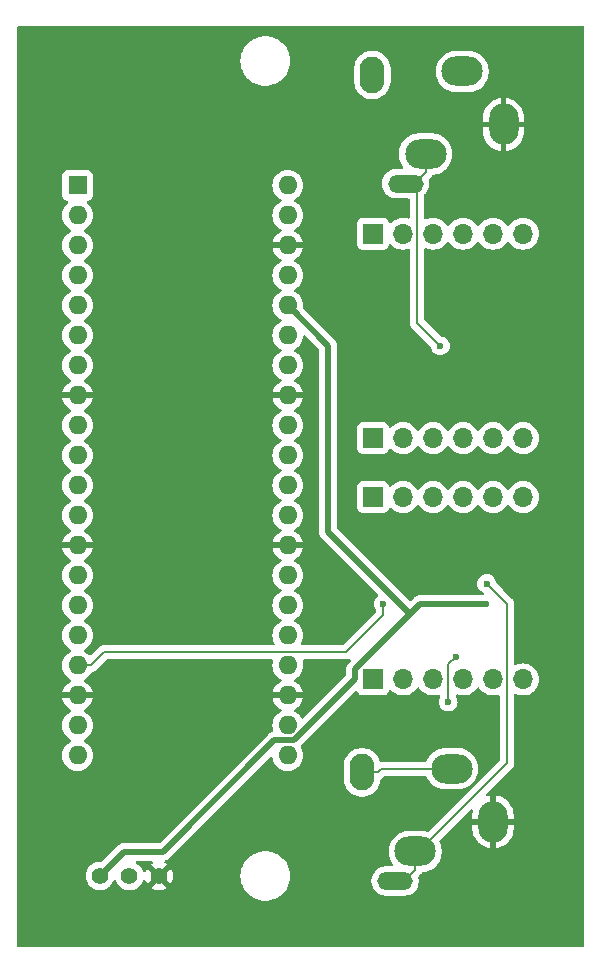
<source format=gbl>
G04 #@! TF.GenerationSoftware,KiCad,Pcbnew,8.0.8*
G04 #@! TF.CreationDate,2025-01-26T13:14:25+09:00*
G04 #@! TF.ProjectId,SyncBoard,53796e63-426f-4617-9264-2e6b69636164,rev?*
G04 #@! TF.SameCoordinates,Original*
G04 #@! TF.FileFunction,Copper,L2,Bot*
G04 #@! TF.FilePolarity,Positive*
%FSLAX46Y46*%
G04 Gerber Fmt 4.6, Leading zero omitted, Abs format (unit mm)*
G04 Created by KiCad (PCBNEW 8.0.8) date 2025-01-26 13:14:25*
%MOMM*%
%LPD*%
G01*
G04 APERTURE LIST*
G04 #@! TA.AperFunction,ComponentPad*
%ADD10R,1.700000X1.700000*%
G04 #@! TD*
G04 #@! TA.AperFunction,ComponentPad*
%ADD11O,1.700000X1.700000*%
G04 #@! TD*
G04 #@! TA.AperFunction,ComponentPad*
%ADD12O,1.600000X1.600000*%
G04 #@! TD*
G04 #@! TA.AperFunction,ComponentPad*
%ADD13R,1.600000X1.600000*%
G04 #@! TD*
G04 #@! TA.AperFunction,ComponentPad*
%ADD14C,1.400000*%
G04 #@! TD*
G04 #@! TA.AperFunction,ComponentPad*
%ADD15O,2.100000X3.100000*%
G04 #@! TD*
G04 #@! TA.AperFunction,ComponentPad*
%ADD16O,3.500000X2.500000*%
G04 #@! TD*
G04 #@! TA.AperFunction,ComponentPad*
%ADD17O,2.500000X3.500000*%
G04 #@! TD*
G04 #@! TA.AperFunction,ComponentPad*
%ADD18O,3.000000X1.500000*%
G04 #@! TD*
G04 #@! TA.AperFunction,ViaPad*
%ADD19C,0.600000*%
G04 #@! TD*
G04 #@! TA.AperFunction,Conductor*
%ADD20C,0.200000*%
G04 #@! TD*
G04 #@! TA.AperFunction,Conductor*
%ADD21C,0.500000*%
G04 #@! TD*
G04 APERTURE END LIST*
D10*
X111125000Y-65925000D03*
D11*
X113665000Y-65925000D03*
X116205000Y-65925000D03*
X118745000Y-65925000D03*
X121285000Y-65925000D03*
X123825000Y-65925000D03*
D10*
X111125000Y-48615000D03*
D11*
X113665000Y-48615000D03*
X116205000Y-48615000D03*
X118745000Y-48615000D03*
X121285000Y-48615000D03*
X123825000Y-48615000D03*
D10*
X111125000Y-86360000D03*
D11*
X113665000Y-86360000D03*
X116205000Y-86360000D03*
X118745000Y-86360000D03*
X121285000Y-86360000D03*
X123825000Y-86360000D03*
D10*
X111125000Y-70925000D03*
D11*
X113665000Y-70925000D03*
X116205000Y-70925000D03*
X118745000Y-70925000D03*
X121285000Y-70925000D03*
X123825000Y-70925000D03*
D12*
X103900000Y-44530000D03*
X103900000Y-47070000D03*
X103900000Y-49610000D03*
X103900000Y-52150000D03*
X103900000Y-54690000D03*
X103900000Y-57230000D03*
X103900000Y-59770000D03*
X103900000Y-62310000D03*
X103900000Y-64850000D03*
X103900000Y-67390000D03*
X103900000Y-69930000D03*
X103900000Y-72470000D03*
X103900000Y-75010000D03*
X103900000Y-77550000D03*
X103900000Y-80090000D03*
X103900000Y-82630000D03*
X103900000Y-85170000D03*
X103900000Y-87710000D03*
X103900000Y-90250000D03*
X103900000Y-92790000D03*
X86100000Y-92790000D03*
X86100000Y-90250000D03*
X86100000Y-87710000D03*
X86100000Y-85170000D03*
X86100000Y-82630000D03*
X86100000Y-80090000D03*
X86100000Y-77550000D03*
X86100000Y-75010000D03*
X86100000Y-72470000D03*
X86100000Y-69930000D03*
X86100000Y-67390000D03*
X86100000Y-64850000D03*
X86100000Y-62310000D03*
X86100000Y-59770000D03*
X86100000Y-57230000D03*
X86100000Y-54690000D03*
X86100000Y-52150000D03*
X86100000Y-49610000D03*
X86100000Y-47070000D03*
D13*
X86100000Y-44530000D03*
D14*
X93000000Y-103000000D03*
X90500000Y-103000000D03*
X88000000Y-103000000D03*
D15*
X110185000Y-94225000D03*
D16*
X117785000Y-93925000D03*
D17*
X121285000Y-98425000D03*
D16*
X114685000Y-100925000D03*
D18*
X112985000Y-103425000D03*
D15*
X111070000Y-35170000D03*
D16*
X118670000Y-34870000D03*
D17*
X122170000Y-39370000D03*
D16*
X115570000Y-41870000D03*
D18*
X113870000Y-44370000D03*
D19*
X113030000Y-58420000D03*
X118110000Y-84455000D03*
X117475000Y-88265000D03*
X120750000Y-78250000D03*
X112000000Y-80000000D03*
X116812000Y-58118000D03*
X120676000Y-79983600D03*
X95250000Y-88265000D03*
X106045000Y-85090000D03*
X117475000Y-77470000D03*
X110490000Y-79375000D03*
X98425000Y-62230000D03*
X99060000Y-74930000D03*
X106680000Y-76835000D03*
D20*
X117475000Y-85090000D02*
X118110000Y-84455000D01*
X117475000Y-88265000D02*
X117475000Y-85090000D01*
X111537000Y-94225000D02*
X110185000Y-94225000D01*
X111837000Y-93925000D02*
X111537000Y-94225000D01*
X117785000Y-93925000D02*
X111837000Y-93925000D01*
X114685000Y-102477000D02*
X114685000Y-101225000D01*
X113737000Y-103425000D02*
X114685000Y-102477000D01*
X112985000Y-103425000D02*
X113737000Y-103425000D01*
X122455000Y-93455200D02*
X114685000Y-101225000D01*
X122455000Y-79954800D02*
X122455000Y-93455200D01*
X120750000Y-78250000D02*
X122455000Y-79954800D01*
X114685000Y-100925000D02*
X114685000Y-101225000D01*
X87201700Y-85170000D02*
X86100000Y-85170000D01*
X88303400Y-84068300D02*
X87201700Y-85170000D01*
X108861000Y-84068300D02*
X88303400Y-84068300D01*
X112000000Y-80929700D02*
X108861000Y-84068300D01*
X112000000Y-80000000D02*
X112000000Y-80929700D01*
X113870000Y-44370000D02*
X114771000Y-44370000D01*
X114771000Y-44220800D02*
X114771000Y-44370000D01*
X115570000Y-43421700D02*
X114771000Y-44220800D01*
X115570000Y-41870000D02*
X115570000Y-43421700D01*
X114846000Y-56151000D02*
X116812000Y-58118000D01*
X114846000Y-44444600D02*
X114846000Y-56151000D01*
X114771000Y-44370000D02*
X114846000Y-44444600D01*
D21*
X115109000Y-79983600D02*
X114261000Y-80832300D01*
X120676000Y-79983600D02*
X115109000Y-79983600D01*
X107315000Y-58105000D02*
X103900000Y-54690000D01*
X107315000Y-73886600D02*
X107315000Y-58105000D01*
X114261000Y-80832300D02*
X107315000Y-73886600D01*
X109584000Y-85509500D02*
X114261000Y-80832300D01*
X109584000Y-86344900D02*
X109584000Y-85509500D01*
X104408000Y-91520000D02*
X109584000Y-86344900D01*
X102776000Y-91520000D02*
X104408000Y-91520000D01*
X93331500Y-100965000D02*
X102776000Y-91520000D01*
X90035000Y-100965000D02*
X93331500Y-100965000D01*
X88000000Y-103000000D02*
X90035000Y-100965000D01*
G04 #@! TA.AperFunction,Conductor*
G36*
X92426266Y-101735185D02*
G01*
X92472021Y-101787989D01*
X92481965Y-101857147D01*
X92452940Y-101920703D01*
X92424504Y-101944928D01*
X92346671Y-101993118D01*
X92911415Y-102557861D01*
X92826306Y-102580667D01*
X92723694Y-102639910D01*
X92639910Y-102723694D01*
X92580667Y-102826306D01*
X92557861Y-102911414D01*
X91991138Y-102344691D01*
X91991137Y-102344691D01*
X91975369Y-102365571D01*
X91876239Y-102564651D01*
X91876238Y-102564652D01*
X91869525Y-102588248D01*
X91832245Y-102647340D01*
X91768935Y-102676898D01*
X91699696Y-102667535D01*
X91646510Y-102622224D01*
X91630995Y-102588253D01*
X91624229Y-102564472D01*
X91617023Y-102550000D01*
X91525061Y-102365316D01*
X91525056Y-102365308D01*
X91390979Y-102187761D01*
X91226562Y-102037876D01*
X91226560Y-102037874D01*
X91076444Y-101944927D01*
X91029808Y-101892899D01*
X91018704Y-101823918D01*
X91046657Y-101759883D01*
X91104792Y-101721127D01*
X91141721Y-101715500D01*
X92359227Y-101715500D01*
X92426266Y-101735185D01*
G37*
G04 #@! TD.AperFunction*
G04 #@! TA.AperFunction,Conductor*
G36*
X109141101Y-84635316D02*
G01*
X109198961Y-84674482D01*
X109226461Y-84738713D01*
X109214870Y-84807614D01*
X109191020Y-84841105D01*
X109047916Y-84984216D01*
X109047914Y-84984218D01*
X109001062Y-85031069D01*
X109001039Y-85031094D01*
X109001034Y-85031100D01*
X108957216Y-85096683D01*
X108918917Y-85154003D01*
X108918908Y-85154019D01*
X108918903Y-85154029D01*
X108889300Y-85225497D01*
X108889301Y-85225498D01*
X108862343Y-85290583D01*
X108862338Y-85290596D01*
X108849855Y-85353359D01*
X108833499Y-85435587D01*
X108833500Y-85462128D01*
X108833500Y-85982624D01*
X108813815Y-86049663D01*
X108797174Y-86070313D01*
X105231798Y-89635068D01*
X105170472Y-89668548D01*
X105100780Y-89663557D01*
X105044850Y-89621681D01*
X105031743Y-89599785D01*
X105030571Y-89597272D01*
X105030567Y-89597265D01*
X104900045Y-89410858D01*
X104739141Y-89249954D01*
X104552734Y-89119432D01*
X104552732Y-89119431D01*
X104541275Y-89114088D01*
X104494132Y-89092105D01*
X104441694Y-89045934D01*
X104422542Y-88978740D01*
X104442758Y-88911859D01*
X104494134Y-88867341D01*
X104552484Y-88840132D01*
X104738820Y-88709657D01*
X104899657Y-88548820D01*
X105030134Y-88362482D01*
X105126265Y-88156326D01*
X105126269Y-88156317D01*
X105178872Y-87960000D01*
X104215686Y-87960000D01*
X104220080Y-87955606D01*
X104272741Y-87864394D01*
X104300000Y-87762661D01*
X104300000Y-87657339D01*
X104272741Y-87555606D01*
X104220080Y-87464394D01*
X104215686Y-87460000D01*
X105178872Y-87460000D01*
X105178872Y-87459999D01*
X105126269Y-87263682D01*
X105126265Y-87263673D01*
X105030134Y-87057517D01*
X104899657Y-86871179D01*
X104738820Y-86710342D01*
X104552482Y-86579865D01*
X104494133Y-86552657D01*
X104441694Y-86506484D01*
X104422542Y-86439291D01*
X104442758Y-86372410D01*
X104494129Y-86327895D01*
X104552734Y-86300568D01*
X104739139Y-86170047D01*
X104900047Y-86009139D01*
X105030568Y-85822734D01*
X105126739Y-85616496D01*
X105185635Y-85396692D01*
X105205468Y-85170000D01*
X105205385Y-85169057D01*
X105198128Y-85086099D01*
X105185635Y-84943308D01*
X105153906Y-84824893D01*
X105155569Y-84755043D01*
X105194732Y-84697181D01*
X105258960Y-84669677D01*
X105273681Y-84668800D01*
X108853774Y-84668800D01*
X108940012Y-84668806D01*
X108940012Y-84668805D01*
X108940019Y-84668806D01*
X108940025Y-84668804D01*
X108940051Y-84668801D01*
X108940055Y-84668800D01*
X108940057Y-84668800D01*
X108990379Y-84655315D01*
X109012570Y-84649370D01*
X109012571Y-84649369D01*
X109071254Y-84633649D01*
X109141101Y-84635316D01*
G37*
G04 #@! TD.AperFunction*
G04 #@! TA.AperFunction,Conductor*
G36*
X105407431Y-57258798D02*
G01*
X106528181Y-58379548D01*
X106561666Y-58440871D01*
X106564500Y-58467229D01*
X106564500Y-73807565D01*
X106564499Y-73807591D01*
X106564500Y-73861978D01*
X106564500Y-73960520D01*
X106564501Y-73960532D01*
X106564502Y-73960536D01*
X106580015Y-74038518D01*
X106593339Y-74105498D01*
X106593343Y-74105517D01*
X106593345Y-74105524D01*
X106593349Y-74105535D01*
X106621711Y-74174004D01*
X106621712Y-74174007D01*
X106649916Y-74242096D01*
X106649921Y-74242103D01*
X106649924Y-74242109D01*
X106683268Y-74292011D01*
X106732051Y-74365020D01*
X106732058Y-74365027D01*
X106732059Y-74365028D01*
X106778444Y-74411411D01*
X106778446Y-74411413D01*
X106840191Y-74473158D01*
X106840210Y-74473175D01*
X109811599Y-77444435D01*
X111534982Y-79167744D01*
X111568469Y-79229066D01*
X111563486Y-79298758D01*
X111521616Y-79354693D01*
X111513278Y-79360419D01*
X111497739Y-79370183D01*
X111497737Y-79370184D01*
X111370184Y-79497737D01*
X111274211Y-79650476D01*
X111214631Y-79820745D01*
X111214630Y-79820750D01*
X111194435Y-79999996D01*
X111194435Y-80000003D01*
X111214630Y-80179249D01*
X111214631Y-80179254D01*
X111274211Y-80349523D01*
X111370185Y-80502263D01*
X111372445Y-80505097D01*
X111373334Y-80507275D01*
X111373889Y-80508158D01*
X111373734Y-80508255D01*
X111398855Y-80569783D01*
X111399500Y-80582412D01*
X111399500Y-80629574D01*
X111379815Y-80696613D01*
X111363176Y-80717261D01*
X110717202Y-81363153D01*
X108684787Y-83395311D01*
X108648606Y-83431487D01*
X108587280Y-83464968D01*
X108560930Y-83467800D01*
X105138494Y-83467800D01*
X105071455Y-83448115D01*
X105025700Y-83395311D01*
X105015756Y-83326153D01*
X105028973Y-83287963D01*
X105028280Y-83287640D01*
X105030569Y-83282732D01*
X105126739Y-83076496D01*
X105185635Y-82856692D01*
X105205468Y-82630000D01*
X105185635Y-82403308D01*
X105126739Y-82183504D01*
X105030568Y-81977266D01*
X104900047Y-81790861D01*
X104900045Y-81790858D01*
X104739141Y-81629954D01*
X104552734Y-81499432D01*
X104552728Y-81499429D01*
X104494725Y-81472382D01*
X104442285Y-81426210D01*
X104423133Y-81359017D01*
X104443348Y-81292135D01*
X104494725Y-81247618D01*
X104499057Y-81245598D01*
X104552734Y-81220568D01*
X104739139Y-81090047D01*
X104900047Y-80929139D01*
X105030568Y-80742734D01*
X105126739Y-80536496D01*
X105185635Y-80316692D01*
X105205468Y-80090000D01*
X105185635Y-79863308D01*
X105126739Y-79643504D01*
X105030568Y-79437266D01*
X104900047Y-79250861D01*
X104900045Y-79250858D01*
X104739141Y-79089954D01*
X104552734Y-78959432D01*
X104552728Y-78959429D01*
X104494725Y-78932382D01*
X104442285Y-78886210D01*
X104423133Y-78819017D01*
X104443348Y-78752135D01*
X104494725Y-78707618D01*
X104552734Y-78680568D01*
X104739139Y-78550047D01*
X104900047Y-78389139D01*
X105030568Y-78202734D01*
X105126739Y-77996496D01*
X105185635Y-77776692D01*
X105205468Y-77550000D01*
X105185635Y-77323308D01*
X105126739Y-77103504D01*
X105030568Y-76897266D01*
X104900047Y-76710861D01*
X104900045Y-76710858D01*
X104739141Y-76549954D01*
X104552734Y-76419432D01*
X104552732Y-76419431D01*
X104541275Y-76414088D01*
X104494132Y-76392105D01*
X104441694Y-76345934D01*
X104422542Y-76278740D01*
X104442758Y-76211859D01*
X104494134Y-76167341D01*
X104552484Y-76140132D01*
X104738820Y-76009657D01*
X104899657Y-75848820D01*
X105030134Y-75662482D01*
X105126265Y-75456326D01*
X105126269Y-75456317D01*
X105178872Y-75260000D01*
X104215686Y-75260000D01*
X104220080Y-75255606D01*
X104272741Y-75164394D01*
X104300000Y-75062661D01*
X104300000Y-74957339D01*
X104272741Y-74855606D01*
X104220080Y-74764394D01*
X104215686Y-74760000D01*
X105178872Y-74760000D01*
X105178872Y-74759999D01*
X105126269Y-74563682D01*
X105126265Y-74563673D01*
X105030134Y-74357517D01*
X104899657Y-74171179D01*
X104738820Y-74010342D01*
X104552482Y-73879865D01*
X104494133Y-73852657D01*
X104441694Y-73806484D01*
X104422542Y-73739291D01*
X104442758Y-73672410D01*
X104494129Y-73627895D01*
X104552734Y-73600568D01*
X104739139Y-73470047D01*
X104900047Y-73309139D01*
X105030568Y-73122734D01*
X105126739Y-72916496D01*
X105185635Y-72696692D01*
X105205468Y-72470000D01*
X105185635Y-72243308D01*
X105126739Y-72023504D01*
X105030568Y-71817266D01*
X104900047Y-71630861D01*
X104900045Y-71630858D01*
X104739141Y-71469954D01*
X104552734Y-71339432D01*
X104552728Y-71339429D01*
X104494725Y-71312382D01*
X104442285Y-71266210D01*
X104423133Y-71199017D01*
X104443348Y-71132135D01*
X104494725Y-71087618D01*
X104552734Y-71060568D01*
X104739139Y-70930047D01*
X104900047Y-70769139D01*
X105030568Y-70582734D01*
X105126739Y-70376496D01*
X105185635Y-70156692D01*
X105205468Y-69930000D01*
X105185635Y-69703308D01*
X105126739Y-69483504D01*
X105030568Y-69277266D01*
X104900047Y-69090861D01*
X104900045Y-69090858D01*
X104739141Y-68929954D01*
X104552734Y-68799432D01*
X104552728Y-68799429D01*
X104494725Y-68772382D01*
X104442285Y-68726210D01*
X104423133Y-68659017D01*
X104443348Y-68592135D01*
X104494725Y-68547618D01*
X104552734Y-68520568D01*
X104739139Y-68390047D01*
X104900047Y-68229139D01*
X105030568Y-68042734D01*
X105126739Y-67836496D01*
X105185635Y-67616692D01*
X105205468Y-67390000D01*
X105185635Y-67163308D01*
X105126739Y-66943504D01*
X105030568Y-66737266D01*
X104913213Y-66569664D01*
X104900045Y-66550858D01*
X104739141Y-66389954D01*
X104552734Y-66259432D01*
X104552728Y-66259429D01*
X104494725Y-66232382D01*
X104442285Y-66186210D01*
X104423133Y-66119017D01*
X104443348Y-66052135D01*
X104494725Y-66007618D01*
X104552734Y-65980568D01*
X104739139Y-65850047D01*
X104900047Y-65689139D01*
X105030568Y-65502734D01*
X105126739Y-65296496D01*
X105185635Y-65076692D01*
X105205468Y-64850000D01*
X105185635Y-64623308D01*
X105126739Y-64403504D01*
X105030568Y-64197266D01*
X104900047Y-64010861D01*
X104900045Y-64010858D01*
X104739141Y-63849954D01*
X104552734Y-63719432D01*
X104552732Y-63719431D01*
X104541275Y-63714088D01*
X104494132Y-63692105D01*
X104441694Y-63645934D01*
X104422542Y-63578740D01*
X104442758Y-63511859D01*
X104494134Y-63467341D01*
X104552484Y-63440132D01*
X104738820Y-63309657D01*
X104899657Y-63148820D01*
X105030134Y-62962482D01*
X105126265Y-62756326D01*
X105126269Y-62756317D01*
X105178872Y-62560000D01*
X104215686Y-62560000D01*
X104220080Y-62555606D01*
X104272741Y-62464394D01*
X104300000Y-62362661D01*
X104300000Y-62257339D01*
X104272741Y-62155606D01*
X104220080Y-62064394D01*
X104215686Y-62060000D01*
X105178872Y-62060000D01*
X105178872Y-62059999D01*
X105126269Y-61863682D01*
X105126265Y-61863673D01*
X105030134Y-61657517D01*
X104899657Y-61471179D01*
X104738820Y-61310342D01*
X104552482Y-61179865D01*
X104494133Y-61152657D01*
X104441694Y-61106484D01*
X104422542Y-61039291D01*
X104442758Y-60972410D01*
X104494129Y-60927895D01*
X104552734Y-60900568D01*
X104739139Y-60770047D01*
X104900047Y-60609139D01*
X105030568Y-60422734D01*
X105126739Y-60216496D01*
X105185635Y-59996692D01*
X105205468Y-59770000D01*
X105185635Y-59543308D01*
X105126739Y-59323504D01*
X105030568Y-59117266D01*
X104900047Y-58930861D01*
X104900045Y-58930858D01*
X104739141Y-58769954D01*
X104552734Y-58639432D01*
X104552728Y-58639429D01*
X104494725Y-58612382D01*
X104442285Y-58566210D01*
X104423133Y-58499017D01*
X104443348Y-58432135D01*
X104494725Y-58387618D01*
X104552734Y-58360568D01*
X104739139Y-58230047D01*
X104900047Y-58069139D01*
X105030568Y-57882734D01*
X105126739Y-57676496D01*
X105185635Y-57456692D01*
X105196223Y-57335669D01*
X105221674Y-57270604D01*
X105278265Y-57229625D01*
X105348026Y-57225746D01*
X105407431Y-57258798D01*
G37*
G04 #@! TD.AperFunction*
G04 #@! TA.AperFunction,Conductor*
G36*
X128943039Y-31019685D02*
G01*
X128988794Y-31072489D01*
X129000000Y-31124000D01*
X129000000Y-108876000D01*
X128980315Y-108943039D01*
X128927511Y-108988794D01*
X128876000Y-109000000D01*
X81124000Y-109000000D01*
X81056961Y-108980315D01*
X81011206Y-108927511D01*
X81000000Y-108876000D01*
X81000000Y-47069998D01*
X84794532Y-47069998D01*
X84794532Y-47070001D01*
X84814364Y-47296686D01*
X84814366Y-47296697D01*
X84873258Y-47516488D01*
X84873261Y-47516497D01*
X84969431Y-47722732D01*
X84969432Y-47722734D01*
X85099954Y-47909141D01*
X85260858Y-48070045D01*
X85260861Y-48070047D01*
X85447266Y-48200568D01*
X85505275Y-48227618D01*
X85557714Y-48273791D01*
X85576866Y-48340984D01*
X85556650Y-48407865D01*
X85505275Y-48452382D01*
X85447267Y-48479431D01*
X85447265Y-48479432D01*
X85260858Y-48609954D01*
X85099954Y-48770858D01*
X84969432Y-48957265D01*
X84969431Y-48957267D01*
X84873261Y-49163502D01*
X84873258Y-49163511D01*
X84814366Y-49383302D01*
X84814364Y-49383313D01*
X84794532Y-49609998D01*
X84794532Y-49610001D01*
X84814364Y-49836686D01*
X84814366Y-49836697D01*
X84873258Y-50056488D01*
X84873261Y-50056497D01*
X84969431Y-50262732D01*
X84969432Y-50262734D01*
X85099954Y-50449141D01*
X85260858Y-50610045D01*
X85260861Y-50610047D01*
X85447266Y-50740568D01*
X85504681Y-50767341D01*
X85505275Y-50767618D01*
X85557714Y-50813791D01*
X85576866Y-50880984D01*
X85556650Y-50947865D01*
X85505275Y-50992382D01*
X85447267Y-51019431D01*
X85447265Y-51019432D01*
X85260858Y-51149954D01*
X85099954Y-51310858D01*
X84969432Y-51497265D01*
X84969431Y-51497267D01*
X84873261Y-51703502D01*
X84873258Y-51703511D01*
X84814366Y-51923302D01*
X84814364Y-51923313D01*
X84794532Y-52149998D01*
X84794532Y-52150001D01*
X84814364Y-52376686D01*
X84814366Y-52376697D01*
X84873258Y-52596488D01*
X84873261Y-52596497D01*
X84969431Y-52802732D01*
X84969432Y-52802734D01*
X85099954Y-52989141D01*
X85260858Y-53150045D01*
X85260861Y-53150047D01*
X85447266Y-53280568D01*
X85505275Y-53307618D01*
X85557714Y-53353791D01*
X85576866Y-53420984D01*
X85556650Y-53487865D01*
X85505275Y-53532382D01*
X85447267Y-53559431D01*
X85447265Y-53559432D01*
X85260858Y-53689954D01*
X85099954Y-53850858D01*
X84969432Y-54037265D01*
X84969431Y-54037267D01*
X84873261Y-54243502D01*
X84873258Y-54243511D01*
X84814366Y-54463302D01*
X84814364Y-54463313D01*
X84794532Y-54689998D01*
X84794532Y-54690001D01*
X84814364Y-54916686D01*
X84814366Y-54916697D01*
X84873258Y-55136488D01*
X84873261Y-55136497D01*
X84969431Y-55342732D01*
X84969432Y-55342734D01*
X85099954Y-55529141D01*
X85260858Y-55690045D01*
X85260861Y-55690047D01*
X85447266Y-55820568D01*
X85505275Y-55847618D01*
X85557714Y-55893791D01*
X85576866Y-55960984D01*
X85556650Y-56027865D01*
X85505275Y-56072382D01*
X85447267Y-56099431D01*
X85447265Y-56099432D01*
X85260858Y-56229954D01*
X85099954Y-56390858D01*
X84969432Y-56577265D01*
X84969431Y-56577267D01*
X84873261Y-56783502D01*
X84873258Y-56783511D01*
X84814366Y-57003302D01*
X84814364Y-57003313D01*
X84794532Y-57229998D01*
X84794532Y-57230001D01*
X84814364Y-57456686D01*
X84814366Y-57456697D01*
X84873258Y-57676488D01*
X84873261Y-57676497D01*
X84969431Y-57882732D01*
X84969432Y-57882734D01*
X85099954Y-58069141D01*
X85260858Y-58230045D01*
X85260861Y-58230047D01*
X85447266Y-58360568D01*
X85505275Y-58387618D01*
X85557714Y-58433791D01*
X85576866Y-58500984D01*
X85556650Y-58567865D01*
X85505275Y-58612382D01*
X85447267Y-58639431D01*
X85447265Y-58639432D01*
X85260858Y-58769954D01*
X85099954Y-58930858D01*
X84969432Y-59117265D01*
X84969431Y-59117267D01*
X84873261Y-59323502D01*
X84873258Y-59323511D01*
X84814366Y-59543302D01*
X84814364Y-59543313D01*
X84794532Y-59769998D01*
X84794532Y-59770001D01*
X84814364Y-59996686D01*
X84814366Y-59996697D01*
X84873258Y-60216488D01*
X84873261Y-60216497D01*
X84969431Y-60422732D01*
X84969432Y-60422734D01*
X85099954Y-60609141D01*
X85260858Y-60770045D01*
X85260861Y-60770047D01*
X85447266Y-60900568D01*
X85505865Y-60927893D01*
X85558305Y-60974065D01*
X85577457Y-61041258D01*
X85557242Y-61108139D01*
X85505867Y-61152657D01*
X85447515Y-61179867D01*
X85261179Y-61310342D01*
X85100342Y-61471179D01*
X84969865Y-61657517D01*
X84873734Y-61863673D01*
X84873730Y-61863682D01*
X84821127Y-62059999D01*
X84821128Y-62060000D01*
X85784314Y-62060000D01*
X85779920Y-62064394D01*
X85727259Y-62155606D01*
X85700000Y-62257339D01*
X85700000Y-62362661D01*
X85727259Y-62464394D01*
X85779920Y-62555606D01*
X85784314Y-62560000D01*
X84821128Y-62560000D01*
X84873730Y-62756317D01*
X84873734Y-62756326D01*
X84969865Y-62962482D01*
X85100342Y-63148820D01*
X85261179Y-63309657D01*
X85447518Y-63440134D01*
X85447520Y-63440135D01*
X85505865Y-63467342D01*
X85558305Y-63513514D01*
X85577457Y-63580707D01*
X85557242Y-63647589D01*
X85505867Y-63692105D01*
X85447268Y-63719431D01*
X85447264Y-63719433D01*
X85260858Y-63849954D01*
X85099954Y-64010858D01*
X84969432Y-64197265D01*
X84969431Y-64197267D01*
X84873261Y-64403502D01*
X84873258Y-64403511D01*
X84814366Y-64623302D01*
X84814364Y-64623313D01*
X84794532Y-64849998D01*
X84794532Y-64850001D01*
X84814364Y-65076686D01*
X84814366Y-65076697D01*
X84873258Y-65296488D01*
X84873261Y-65296497D01*
X84969431Y-65502732D01*
X84969432Y-65502734D01*
X85099954Y-65689141D01*
X85260858Y-65850045D01*
X85260861Y-65850047D01*
X85447266Y-65980568D01*
X85505275Y-66007618D01*
X85557714Y-66053791D01*
X85576866Y-66120984D01*
X85556650Y-66187865D01*
X85505275Y-66232382D01*
X85447267Y-66259431D01*
X85447265Y-66259432D01*
X85260858Y-66389954D01*
X85099954Y-66550858D01*
X84969432Y-66737265D01*
X84969431Y-66737267D01*
X84873261Y-66943502D01*
X84873258Y-66943511D01*
X84814366Y-67163302D01*
X84814364Y-67163313D01*
X84794532Y-67389998D01*
X84794532Y-67390001D01*
X84814364Y-67616686D01*
X84814366Y-67616697D01*
X84873258Y-67836488D01*
X84873261Y-67836497D01*
X84969431Y-68042732D01*
X84969432Y-68042734D01*
X85099954Y-68229141D01*
X85260858Y-68390045D01*
X85260861Y-68390047D01*
X85447266Y-68520568D01*
X85505275Y-68547618D01*
X85557714Y-68593791D01*
X85576866Y-68660984D01*
X85556650Y-68727865D01*
X85505275Y-68772382D01*
X85447267Y-68799431D01*
X85447265Y-68799432D01*
X85260858Y-68929954D01*
X85099954Y-69090858D01*
X84969432Y-69277265D01*
X84969431Y-69277267D01*
X84873261Y-69483502D01*
X84873258Y-69483511D01*
X84814366Y-69703302D01*
X84814364Y-69703313D01*
X84794532Y-69929998D01*
X84794532Y-69930001D01*
X84814364Y-70156686D01*
X84814366Y-70156697D01*
X84873258Y-70376488D01*
X84873261Y-70376497D01*
X84969431Y-70582732D01*
X84969432Y-70582734D01*
X85099954Y-70769141D01*
X85260858Y-70930045D01*
X85260861Y-70930047D01*
X85447266Y-71060568D01*
X85505275Y-71087618D01*
X85557714Y-71133791D01*
X85576866Y-71200984D01*
X85556650Y-71267865D01*
X85505275Y-71312382D01*
X85447267Y-71339431D01*
X85447265Y-71339432D01*
X85260858Y-71469954D01*
X85099954Y-71630858D01*
X84969432Y-71817265D01*
X84969431Y-71817267D01*
X84873261Y-72023502D01*
X84873258Y-72023511D01*
X84814366Y-72243302D01*
X84814364Y-72243313D01*
X84794532Y-72469998D01*
X84794532Y-72470001D01*
X84814364Y-72696686D01*
X84814366Y-72696697D01*
X84873258Y-72916488D01*
X84873261Y-72916497D01*
X84969431Y-73122732D01*
X84969432Y-73122734D01*
X85099954Y-73309141D01*
X85260858Y-73470045D01*
X85260861Y-73470047D01*
X85447266Y-73600568D01*
X85505865Y-73627893D01*
X85558305Y-73674065D01*
X85577457Y-73741258D01*
X85557242Y-73808139D01*
X85505867Y-73852657D01*
X85447515Y-73879867D01*
X85261179Y-74010342D01*
X85100342Y-74171179D01*
X84969865Y-74357517D01*
X84873734Y-74563673D01*
X84873730Y-74563682D01*
X84821127Y-74759999D01*
X84821128Y-74760000D01*
X85784314Y-74760000D01*
X85779920Y-74764394D01*
X85727259Y-74855606D01*
X85700000Y-74957339D01*
X85700000Y-75062661D01*
X85727259Y-75164394D01*
X85779920Y-75255606D01*
X85784314Y-75260000D01*
X84821128Y-75260000D01*
X84873730Y-75456317D01*
X84873734Y-75456326D01*
X84969865Y-75662482D01*
X85100342Y-75848820D01*
X85261179Y-76009657D01*
X85447518Y-76140134D01*
X85447520Y-76140135D01*
X85505865Y-76167342D01*
X85558305Y-76213514D01*
X85577457Y-76280707D01*
X85557242Y-76347589D01*
X85505867Y-76392105D01*
X85447268Y-76419431D01*
X85447264Y-76419433D01*
X85260858Y-76549954D01*
X85099954Y-76710858D01*
X84969432Y-76897265D01*
X84969431Y-76897267D01*
X84873261Y-77103502D01*
X84873258Y-77103511D01*
X84814366Y-77323302D01*
X84814364Y-77323313D01*
X84794532Y-77549998D01*
X84794532Y-77550001D01*
X84814364Y-77776686D01*
X84814366Y-77776697D01*
X84873258Y-77996488D01*
X84873261Y-77996497D01*
X84969431Y-78202732D01*
X84969432Y-78202734D01*
X85099954Y-78389141D01*
X85260858Y-78550045D01*
X85260861Y-78550047D01*
X85447266Y-78680568D01*
X85505275Y-78707618D01*
X85557714Y-78753791D01*
X85576866Y-78820984D01*
X85556650Y-78887865D01*
X85505275Y-78932382D01*
X85447267Y-78959431D01*
X85447265Y-78959432D01*
X85260858Y-79089954D01*
X85099954Y-79250858D01*
X84969432Y-79437265D01*
X84969431Y-79437267D01*
X84873261Y-79643502D01*
X84873258Y-79643511D01*
X84814366Y-79863302D01*
X84814364Y-79863313D01*
X84794532Y-80089998D01*
X84794532Y-80090001D01*
X84814364Y-80316686D01*
X84814366Y-80316697D01*
X84873258Y-80536488D01*
X84873261Y-80536497D01*
X84969431Y-80742732D01*
X84969432Y-80742734D01*
X85099954Y-80929141D01*
X85260858Y-81090045D01*
X85260861Y-81090047D01*
X85447266Y-81220568D01*
X85500943Y-81245598D01*
X85505275Y-81247618D01*
X85557714Y-81293791D01*
X85576866Y-81360984D01*
X85556650Y-81427865D01*
X85505275Y-81472382D01*
X85447267Y-81499431D01*
X85447265Y-81499432D01*
X85260858Y-81629954D01*
X85099954Y-81790858D01*
X84969432Y-81977265D01*
X84969431Y-81977267D01*
X84873261Y-82183502D01*
X84873258Y-82183511D01*
X84814366Y-82403302D01*
X84814364Y-82403313D01*
X84794532Y-82629998D01*
X84794532Y-82630001D01*
X84814364Y-82856686D01*
X84814366Y-82856697D01*
X84873258Y-83076488D01*
X84873261Y-83076497D01*
X84969431Y-83282732D01*
X84969432Y-83282734D01*
X85099954Y-83469141D01*
X85260858Y-83630045D01*
X85260861Y-83630047D01*
X85447266Y-83760568D01*
X85505275Y-83787618D01*
X85557714Y-83833791D01*
X85576866Y-83900984D01*
X85556650Y-83967865D01*
X85505275Y-84012382D01*
X85447267Y-84039431D01*
X85447265Y-84039432D01*
X85260858Y-84169954D01*
X85099954Y-84330858D01*
X84969432Y-84517265D01*
X84969431Y-84517267D01*
X84873261Y-84723502D01*
X84873258Y-84723511D01*
X84814366Y-84943302D01*
X84814364Y-84943313D01*
X84794532Y-85169998D01*
X84794532Y-85170001D01*
X84814364Y-85396686D01*
X84814366Y-85396697D01*
X84873258Y-85616488D01*
X84873261Y-85616497D01*
X84969431Y-85822732D01*
X84969432Y-85822734D01*
X85099954Y-86009141D01*
X85260858Y-86170045D01*
X85260861Y-86170047D01*
X85447266Y-86300568D01*
X85505865Y-86327893D01*
X85558305Y-86374065D01*
X85577457Y-86441258D01*
X85557242Y-86508139D01*
X85505867Y-86552657D01*
X85447515Y-86579867D01*
X85261179Y-86710342D01*
X85100342Y-86871179D01*
X84969865Y-87057517D01*
X84873734Y-87263673D01*
X84873730Y-87263682D01*
X84821127Y-87459999D01*
X84821128Y-87460000D01*
X85784314Y-87460000D01*
X85779920Y-87464394D01*
X85727259Y-87555606D01*
X85700000Y-87657339D01*
X85700000Y-87762661D01*
X85727259Y-87864394D01*
X85779920Y-87955606D01*
X85784314Y-87960000D01*
X84821128Y-87960000D01*
X84873730Y-88156317D01*
X84873734Y-88156326D01*
X84969865Y-88362482D01*
X85100342Y-88548820D01*
X85261179Y-88709657D01*
X85447518Y-88840134D01*
X85447520Y-88840135D01*
X85505865Y-88867342D01*
X85558305Y-88913514D01*
X85577457Y-88980707D01*
X85557242Y-89047589D01*
X85505867Y-89092105D01*
X85447268Y-89119431D01*
X85447264Y-89119433D01*
X85260858Y-89249954D01*
X85099954Y-89410858D01*
X84969432Y-89597265D01*
X84969431Y-89597267D01*
X84873261Y-89803502D01*
X84873258Y-89803511D01*
X84814366Y-90023302D01*
X84814364Y-90023313D01*
X84794532Y-90249998D01*
X84794532Y-90250001D01*
X84814364Y-90476686D01*
X84814366Y-90476697D01*
X84873258Y-90696488D01*
X84873261Y-90696497D01*
X84969431Y-90902732D01*
X84969432Y-90902734D01*
X85099954Y-91089141D01*
X85260858Y-91250045D01*
X85260861Y-91250047D01*
X85447266Y-91380568D01*
X85505275Y-91407618D01*
X85557714Y-91453791D01*
X85576866Y-91520984D01*
X85556650Y-91587865D01*
X85505275Y-91632382D01*
X85447267Y-91659431D01*
X85447265Y-91659432D01*
X85260858Y-91789954D01*
X85099954Y-91950858D01*
X84969432Y-92137265D01*
X84969431Y-92137267D01*
X84873261Y-92343502D01*
X84873258Y-92343511D01*
X84814366Y-92563302D01*
X84814364Y-92563313D01*
X84794532Y-92789998D01*
X84794532Y-92790001D01*
X84814364Y-93016686D01*
X84814366Y-93016697D01*
X84873258Y-93236488D01*
X84873261Y-93236497D01*
X84969431Y-93442732D01*
X84969432Y-93442734D01*
X85099954Y-93629141D01*
X85260858Y-93790045D01*
X85260861Y-93790047D01*
X85447266Y-93920568D01*
X85653504Y-94016739D01*
X85873308Y-94075635D01*
X86035230Y-94089801D01*
X86099998Y-94095468D01*
X86100000Y-94095468D01*
X86100002Y-94095468D01*
X86156673Y-94090509D01*
X86326692Y-94075635D01*
X86546496Y-94016739D01*
X86752734Y-93920568D01*
X86939139Y-93790047D01*
X87100047Y-93629139D01*
X87230568Y-93442734D01*
X87326739Y-93236496D01*
X87385635Y-93016692D01*
X87405468Y-92790000D01*
X87385635Y-92563308D01*
X87326739Y-92343504D01*
X87230568Y-92137266D01*
X87100047Y-91950861D01*
X87100045Y-91950858D01*
X86939141Y-91789954D01*
X86752734Y-91659432D01*
X86752728Y-91659429D01*
X86694725Y-91632382D01*
X86642285Y-91586210D01*
X86623133Y-91519017D01*
X86643348Y-91452135D01*
X86694725Y-91407618D01*
X86752734Y-91380568D01*
X86939139Y-91250047D01*
X87100047Y-91089139D01*
X87230568Y-90902734D01*
X87326739Y-90696496D01*
X87385635Y-90476692D01*
X87405468Y-90250000D01*
X87385635Y-90023308D01*
X87326739Y-89803504D01*
X87230568Y-89597266D01*
X87100047Y-89410861D01*
X87100045Y-89410858D01*
X86939141Y-89249954D01*
X86752734Y-89119432D01*
X86752732Y-89119431D01*
X86741275Y-89114088D01*
X86694132Y-89092105D01*
X86641694Y-89045934D01*
X86622542Y-88978740D01*
X86642758Y-88911859D01*
X86694134Y-88867341D01*
X86752484Y-88840132D01*
X86938820Y-88709657D01*
X87099657Y-88548820D01*
X87230134Y-88362482D01*
X87326265Y-88156326D01*
X87326269Y-88156317D01*
X87378872Y-87960000D01*
X86415686Y-87960000D01*
X86420080Y-87955606D01*
X86472741Y-87864394D01*
X86500000Y-87762661D01*
X86500000Y-87657339D01*
X86472741Y-87555606D01*
X86420080Y-87464394D01*
X86415686Y-87460000D01*
X87378872Y-87460000D01*
X87378872Y-87459999D01*
X87326269Y-87263682D01*
X87326265Y-87263673D01*
X87230134Y-87057517D01*
X87099657Y-86871179D01*
X86938820Y-86710342D01*
X86752482Y-86579865D01*
X86694133Y-86552657D01*
X86641694Y-86506484D01*
X86622542Y-86439291D01*
X86642758Y-86372410D01*
X86694129Y-86327895D01*
X86752734Y-86300568D01*
X86939139Y-86170047D01*
X87100047Y-86009139D01*
X87230568Y-85822734D01*
X87230576Y-85822716D01*
X87231372Y-85821339D01*
X87231890Y-85820844D01*
X87233673Y-85818299D01*
X87234184Y-85818657D01*
X87281935Y-85773120D01*
X87306660Y-85763560D01*
X87433485Y-85729577D01*
X87515594Y-85682171D01*
X87515598Y-85682169D01*
X87570409Y-85650524D01*
X87570408Y-85650524D01*
X87570416Y-85650520D01*
X87682220Y-85538716D01*
X87682220Y-85538714D01*
X87692424Y-85528511D01*
X87692427Y-85528506D01*
X88515816Y-84705119D01*
X88577139Y-84671634D01*
X88603497Y-84668800D01*
X102526319Y-84668800D01*
X102593358Y-84688485D01*
X102639113Y-84741289D01*
X102649057Y-84810447D01*
X102646094Y-84824893D01*
X102614366Y-84943302D01*
X102614364Y-84943313D01*
X102594532Y-85169998D01*
X102594532Y-85170001D01*
X102614364Y-85396686D01*
X102614366Y-85396697D01*
X102673258Y-85616488D01*
X102673261Y-85616497D01*
X102769431Y-85822732D01*
X102769432Y-85822734D01*
X102899954Y-86009141D01*
X103060858Y-86170045D01*
X103060861Y-86170047D01*
X103247266Y-86300568D01*
X103305865Y-86327893D01*
X103358305Y-86374065D01*
X103377457Y-86441258D01*
X103357242Y-86508139D01*
X103305867Y-86552657D01*
X103247515Y-86579867D01*
X103061179Y-86710342D01*
X102900342Y-86871179D01*
X102769865Y-87057517D01*
X102673734Y-87263673D01*
X102673730Y-87263682D01*
X102621127Y-87459999D01*
X102621128Y-87460000D01*
X103584314Y-87460000D01*
X103579920Y-87464394D01*
X103527259Y-87555606D01*
X103500000Y-87657339D01*
X103500000Y-87762661D01*
X103527259Y-87864394D01*
X103579920Y-87955606D01*
X103584314Y-87960000D01*
X102621128Y-87960000D01*
X102673730Y-88156317D01*
X102673734Y-88156326D01*
X102769865Y-88362482D01*
X102900342Y-88548820D01*
X103061179Y-88709657D01*
X103247518Y-88840134D01*
X103247520Y-88840135D01*
X103305865Y-88867342D01*
X103358305Y-88913514D01*
X103377457Y-88980707D01*
X103357242Y-89047589D01*
X103305867Y-89092105D01*
X103247268Y-89119431D01*
X103247264Y-89119433D01*
X103060858Y-89249954D01*
X102899954Y-89410858D01*
X102769432Y-89597265D01*
X102769431Y-89597267D01*
X102673261Y-89803502D01*
X102673258Y-89803511D01*
X102614366Y-90023302D01*
X102614364Y-90023313D01*
X102594532Y-90249998D01*
X102594532Y-90250001D01*
X102614364Y-90476686D01*
X102614366Y-90476697D01*
X102659025Y-90643368D01*
X102657362Y-90713218D01*
X102618199Y-90771080D01*
X102563446Y-90797077D01*
X102557087Y-90798342D01*
X102557077Y-90798344D01*
X102557072Y-90798345D01*
X102507950Y-90818693D01*
X102481082Y-90829823D01*
X102420496Y-90854919D01*
X102353620Y-90899606D01*
X102353619Y-90899607D01*
X102297587Y-90937047D01*
X102297568Y-90937062D01*
X102240954Y-90993678D01*
X102240953Y-90993677D01*
X102193042Y-91041590D01*
X102193043Y-91041591D01*
X93056941Y-100178179D01*
X92995618Y-100211666D01*
X92969257Y-100214500D01*
X89961076Y-100214500D01*
X89932242Y-100220234D01*
X89932243Y-100220235D01*
X89816093Y-100243339D01*
X89816083Y-100243342D01*
X89736081Y-100276479D01*
X89736082Y-100276480D01*
X89679505Y-100299915D01*
X89597372Y-100354795D01*
X89556585Y-100382047D01*
X89556581Y-100382050D01*
X88175450Y-101763181D01*
X88114127Y-101796666D01*
X88087769Y-101799500D01*
X87888757Y-101799500D01*
X87670060Y-101840382D01*
X87626785Y-101857147D01*
X87462601Y-101920752D01*
X87462595Y-101920754D01*
X87273439Y-102037874D01*
X87273437Y-102037876D01*
X87109020Y-102187761D01*
X86974943Y-102365308D01*
X86974938Y-102365316D01*
X86875775Y-102564461D01*
X86875769Y-102564476D01*
X86814885Y-102778462D01*
X86814884Y-102778464D01*
X86794357Y-102999999D01*
X86794357Y-103000000D01*
X86814884Y-103221535D01*
X86814885Y-103221537D01*
X86875769Y-103435523D01*
X86875775Y-103435538D01*
X86974938Y-103634683D01*
X86974943Y-103634691D01*
X87109020Y-103812238D01*
X87273437Y-103962123D01*
X87273439Y-103962125D01*
X87462595Y-104079245D01*
X87462596Y-104079245D01*
X87462599Y-104079247D01*
X87670060Y-104159618D01*
X87888757Y-104200500D01*
X87888759Y-104200500D01*
X88111241Y-104200500D01*
X88111243Y-104200500D01*
X88329940Y-104159618D01*
X88537401Y-104079247D01*
X88726562Y-103962124D01*
X88890981Y-103812236D01*
X89025058Y-103634689D01*
X89124229Y-103435528D01*
X89130734Y-103412661D01*
X89168012Y-103353571D01*
X89231322Y-103324013D01*
X89300561Y-103333375D01*
X89353748Y-103378684D01*
X89369264Y-103412658D01*
X89375770Y-103435523D01*
X89375772Y-103435530D01*
X89375775Y-103435538D01*
X89474938Y-103634683D01*
X89474943Y-103634691D01*
X89609020Y-103812238D01*
X89773437Y-103962123D01*
X89773439Y-103962125D01*
X89962595Y-104079245D01*
X89962596Y-104079245D01*
X89962599Y-104079247D01*
X90170060Y-104159618D01*
X90388757Y-104200500D01*
X90388759Y-104200500D01*
X90611241Y-104200500D01*
X90611243Y-104200500D01*
X90829940Y-104159618D01*
X91037401Y-104079247D01*
X91226562Y-103962124D01*
X91390981Y-103812236D01*
X91525058Y-103634689D01*
X91624229Y-103435528D01*
X91630994Y-103411750D01*
X91668271Y-103352661D01*
X91731580Y-103323102D01*
X91800820Y-103332463D01*
X91854007Y-103377772D01*
X91869525Y-103411753D01*
X91876236Y-103435342D01*
X91876239Y-103435348D01*
X91975364Y-103634419D01*
X91975366Y-103634421D01*
X91991138Y-103655306D01*
X92557861Y-103088584D01*
X92580667Y-103173694D01*
X92639910Y-103276306D01*
X92723694Y-103360090D01*
X92826306Y-103419333D01*
X92911415Y-103442138D01*
X92346671Y-104006880D01*
X92462823Y-104078798D01*
X92462824Y-104078799D01*
X92670195Y-104159134D01*
X92888807Y-104200000D01*
X93111193Y-104200000D01*
X93329804Y-104159134D01*
X93537177Y-104078798D01*
X93537178Y-104078797D01*
X93653327Y-104006880D01*
X93088585Y-103442138D01*
X93173694Y-103419333D01*
X93276306Y-103360090D01*
X93360090Y-103276306D01*
X93419333Y-103173694D01*
X93442138Y-103088584D01*
X94008860Y-103655306D01*
X94008861Y-103655306D01*
X94024631Y-103634425D01*
X94024632Y-103634422D01*
X94123759Y-103435350D01*
X94184621Y-103221439D01*
X94205141Y-103000000D01*
X99894592Y-103000000D01*
X99914201Y-103286680D01*
X99914201Y-103286684D01*
X99914202Y-103286686D01*
X99933130Y-103377772D01*
X99972666Y-103568034D01*
X99972667Y-103568037D01*
X100068894Y-103838793D01*
X100068893Y-103838793D01*
X100201098Y-104093935D01*
X100366812Y-104328700D01*
X100413626Y-104378825D01*
X100562947Y-104538708D01*
X100785853Y-104720055D01*
X101031382Y-104869365D01*
X101218237Y-104950526D01*
X101294942Y-104983844D01*
X101571642Y-105061371D01*
X101821920Y-105095771D01*
X101856321Y-105100500D01*
X101856322Y-105100500D01*
X102143679Y-105100500D01*
X102174370Y-105096281D01*
X102428358Y-105061371D01*
X102705058Y-104983844D01*
X102818015Y-104934779D01*
X102968617Y-104869365D01*
X102968620Y-104869363D01*
X102968625Y-104869361D01*
X103214147Y-104720055D01*
X103437053Y-104538708D01*
X103633189Y-104328698D01*
X103798901Y-104093936D01*
X103931104Y-103838797D01*
X104027334Y-103568032D01*
X104085798Y-103286686D01*
X104105408Y-103000000D01*
X104085798Y-102713314D01*
X104027334Y-102431968D01*
X104010146Y-102383607D01*
X103931105Y-102161206D01*
X103931106Y-102161206D01*
X103798901Y-101906064D01*
X103633187Y-101671299D01*
X103517981Y-101547945D01*
X103437053Y-101461292D01*
X103214147Y-101279945D01*
X103214146Y-101279944D01*
X102968617Y-101130634D01*
X102705063Y-101016158D01*
X102705061Y-101016157D01*
X102705058Y-101016156D01*
X102575578Y-100979877D01*
X102428364Y-100938630D01*
X102428359Y-100938629D01*
X102428358Y-100938629D01*
X102286018Y-100919064D01*
X102143679Y-100899500D01*
X102143678Y-100899500D01*
X101856322Y-100899500D01*
X101856321Y-100899500D01*
X101571642Y-100938629D01*
X101571635Y-100938630D01*
X101363861Y-100996845D01*
X101294942Y-101016156D01*
X101294939Y-101016156D01*
X101294936Y-101016158D01*
X101294935Y-101016158D01*
X101031382Y-101130634D01*
X100785853Y-101279944D01*
X100562950Y-101461289D01*
X100366812Y-101671299D01*
X100201098Y-101906064D01*
X100068894Y-102161206D01*
X99972667Y-102431962D01*
X99972666Y-102431965D01*
X99914201Y-102713319D01*
X99894592Y-103000000D01*
X94205141Y-103000000D01*
X94205141Y-102999999D01*
X94184621Y-102778560D01*
X94123759Y-102564649D01*
X94024633Y-102365577D01*
X94024631Y-102365574D01*
X94008860Y-102344691D01*
X93442137Y-102911414D01*
X93419333Y-102826306D01*
X93360090Y-102723694D01*
X93276306Y-102639910D01*
X93173694Y-102580667D01*
X93088584Y-102557861D01*
X93653327Y-101993118D01*
X93653326Y-101993117D01*
X93537181Y-101921203D01*
X93532041Y-101918644D01*
X93532831Y-101917057D01*
X93483886Y-101879450D01*
X93460293Y-101813684D01*
X93476000Y-101745603D01*
X93526022Y-101696822D01*
X93540830Y-101691555D01*
X93540428Y-101690512D01*
X93544554Y-101688919D01*
X93546531Y-101688268D01*
X93549088Y-101687209D01*
X93551924Y-101686074D01*
X93556864Y-101684167D01*
X93558864Y-101683159D01*
X93631615Y-101653022D01*
X93681240Y-101632467D01*
X93684066Y-101631461D01*
X93684303Y-101631350D01*
X93686893Y-101630204D01*
X93689094Y-101628794D01*
X93690863Y-101627707D01*
X93693148Y-101625975D01*
X93707848Y-101616151D01*
X93753880Y-101585392D01*
X93807495Y-101549568D01*
X93810029Y-101547963D01*
X93811673Y-101546404D01*
X93813859Y-101544010D01*
X93868980Y-101488887D01*
X93914451Y-101443416D01*
X93914452Y-101443413D01*
X93919410Y-101438456D01*
X93919423Y-101438440D01*
X102404912Y-92952501D01*
X102466233Y-92919016D01*
X102535924Y-92923999D01*
X102591859Y-92965869D01*
X102611741Y-93011790D01*
X102612964Y-93011463D01*
X102673258Y-93236488D01*
X102673261Y-93236497D01*
X102769431Y-93442732D01*
X102769432Y-93442734D01*
X102899954Y-93629141D01*
X103060858Y-93790045D01*
X103060861Y-93790047D01*
X103247266Y-93920568D01*
X103453504Y-94016739D01*
X103673308Y-94075635D01*
X103835230Y-94089801D01*
X103899998Y-94095468D01*
X103900000Y-94095468D01*
X103900002Y-94095468D01*
X103956673Y-94090509D01*
X104126692Y-94075635D01*
X104346496Y-94016739D01*
X104552734Y-93920568D01*
X104739139Y-93790047D01*
X104900047Y-93629139D01*
X104918368Y-93602973D01*
X108634500Y-93602973D01*
X108634500Y-94847027D01*
X108672679Y-95088076D01*
X108748096Y-95320185D01*
X108838872Y-95498344D01*
X108858896Y-95537642D01*
X109002339Y-95735076D01*
X109002343Y-95735081D01*
X109174918Y-95907656D01*
X109174923Y-95907660D01*
X109329387Y-96019884D01*
X109372361Y-96051106D01*
X109589815Y-96161904D01*
X109821924Y-96237321D01*
X110062973Y-96275500D01*
X110062974Y-96275500D01*
X110307026Y-96275500D01*
X110307027Y-96275500D01*
X110548076Y-96237321D01*
X110780185Y-96161904D01*
X110997639Y-96051106D01*
X111195083Y-95907655D01*
X111367655Y-95735083D01*
X111511106Y-95537639D01*
X111621904Y-95320185D01*
X111697321Y-95088076D01*
X111733784Y-94857856D01*
X111763713Y-94794723D01*
X111794250Y-94769873D01*
X111818904Y-94755639D01*
X111905716Y-94705520D01*
X112017520Y-94593716D01*
X112017520Y-94593714D01*
X112027728Y-94583507D01*
X112027732Y-94583502D01*
X112049418Y-94561817D01*
X112110742Y-94528333D01*
X112137097Y-94525500D01*
X115556154Y-94525500D01*
X115623193Y-94545185D01*
X115668948Y-94597989D01*
X115670715Y-94602048D01*
X115711650Y-94700876D01*
X115711657Y-94700890D01*
X115826392Y-94899617D01*
X115966081Y-95081661D01*
X115966089Y-95081670D01*
X116128330Y-95243911D01*
X116128338Y-95243918D01*
X116310382Y-95383607D01*
X116310385Y-95383608D01*
X116310388Y-95383611D01*
X116509112Y-95498344D01*
X116509117Y-95498346D01*
X116509123Y-95498349D01*
X116600480Y-95536190D01*
X116721113Y-95586158D01*
X116942762Y-95645548D01*
X117170266Y-95675500D01*
X117170273Y-95675500D01*
X118399727Y-95675500D01*
X118399734Y-95675500D01*
X118627238Y-95645548D01*
X118848887Y-95586158D01*
X119060888Y-95498344D01*
X119259612Y-95383611D01*
X119441661Y-95243919D01*
X119441665Y-95243914D01*
X119441670Y-95243911D01*
X119603911Y-95081670D01*
X119603914Y-95081665D01*
X119603919Y-95081661D01*
X119743611Y-94899612D01*
X119858344Y-94700888D01*
X119946158Y-94488887D01*
X120005548Y-94267238D01*
X120035500Y-94039734D01*
X120035500Y-93810266D01*
X120005548Y-93582762D01*
X119946158Y-93361113D01*
X119888592Y-93222136D01*
X119858349Y-93149123D01*
X119858346Y-93149117D01*
X119858344Y-93149112D01*
X119743611Y-92950388D01*
X119743608Y-92950385D01*
X119743607Y-92950382D01*
X119603918Y-92768338D01*
X119603911Y-92768330D01*
X119441670Y-92606089D01*
X119441661Y-92606081D01*
X119259617Y-92466392D01*
X119060890Y-92351657D01*
X119060876Y-92351650D01*
X118848887Y-92263842D01*
X118627238Y-92204452D01*
X118589215Y-92199446D01*
X118399741Y-92174500D01*
X118399734Y-92174500D01*
X117170266Y-92174500D01*
X117170258Y-92174500D01*
X116953715Y-92203009D01*
X116942762Y-92204452D01*
X116849076Y-92229554D01*
X116721112Y-92263842D01*
X116509123Y-92351650D01*
X116509109Y-92351657D01*
X116310382Y-92466392D01*
X116128338Y-92606081D01*
X115966081Y-92768338D01*
X115826392Y-92950382D01*
X115711657Y-93149109D01*
X115711650Y-93149123D01*
X115670715Y-93247952D01*
X115626875Y-93302356D01*
X115560580Y-93324421D01*
X115556154Y-93324500D01*
X111775252Y-93324500D01*
X111708213Y-93304815D01*
X111662458Y-93252011D01*
X111657321Y-93238818D01*
X111651901Y-93222136D01*
X111621904Y-93129815D01*
X111511106Y-92912361D01*
X111422206Y-92790000D01*
X111367660Y-92714923D01*
X111367656Y-92714918D01*
X111195081Y-92542343D01*
X111195076Y-92542339D01*
X110997642Y-92398896D01*
X110997641Y-92398895D01*
X110997639Y-92398894D01*
X110780185Y-92288096D01*
X110548076Y-92212679D01*
X110548074Y-92212678D01*
X110548072Y-92212678D01*
X110379769Y-92186021D01*
X110307027Y-92174500D01*
X110062973Y-92174500D01*
X110007093Y-92183350D01*
X109821927Y-92212678D01*
X109589812Y-92288097D01*
X109372357Y-92398896D01*
X109174923Y-92542339D01*
X109174918Y-92542343D01*
X109002343Y-92714918D01*
X109002339Y-92714923D01*
X108858896Y-92912357D01*
X108748097Y-93129812D01*
X108672678Y-93361927D01*
X108645382Y-93534265D01*
X108634500Y-93602973D01*
X104918368Y-93602973D01*
X105030568Y-93442734D01*
X105126739Y-93236496D01*
X105185635Y-93016692D01*
X105205468Y-92790000D01*
X105185635Y-92563308D01*
X105126739Y-92343504D01*
X105030568Y-92137266D01*
X105016753Y-92117536D01*
X104994427Y-92051332D01*
X105011437Y-91983565D01*
X105030652Y-91958729D01*
X109615085Y-87375092D01*
X109676409Y-87341615D01*
X109746101Y-87346605D01*
X109802031Y-87388481D01*
X109818938Y-87419448D01*
X109831201Y-87452325D01*
X109831206Y-87452335D01*
X109917452Y-87567544D01*
X109917455Y-87567547D01*
X110032664Y-87653793D01*
X110032671Y-87653797D01*
X110167517Y-87704091D01*
X110167516Y-87704091D01*
X110174444Y-87704835D01*
X110227127Y-87710500D01*
X112022872Y-87710499D01*
X112082483Y-87704091D01*
X112217331Y-87653796D01*
X112332546Y-87567546D01*
X112418796Y-87452331D01*
X112467810Y-87320916D01*
X112509681Y-87264984D01*
X112575145Y-87240566D01*
X112643418Y-87255417D01*
X112671673Y-87276569D01*
X112793599Y-87398495D01*
X112881436Y-87459999D01*
X112987165Y-87534032D01*
X112987167Y-87534033D01*
X112987170Y-87534035D01*
X113201337Y-87633903D01*
X113201343Y-87633904D01*
X113201344Y-87633905D01*
X113221031Y-87639180D01*
X113429592Y-87695063D01*
X113606034Y-87710500D01*
X113664999Y-87715659D01*
X113665000Y-87715659D01*
X113665001Y-87715659D01*
X113723966Y-87710500D01*
X113900408Y-87695063D01*
X114128663Y-87633903D01*
X114342830Y-87534035D01*
X114536401Y-87398495D01*
X114703495Y-87231401D01*
X114833425Y-87045842D01*
X114888002Y-87002217D01*
X114957500Y-86995023D01*
X115019855Y-87026546D01*
X115036575Y-87045842D01*
X115166500Y-87231395D01*
X115166505Y-87231401D01*
X115333599Y-87398495D01*
X115421436Y-87459999D01*
X115527165Y-87534032D01*
X115527167Y-87534033D01*
X115527170Y-87534035D01*
X115741337Y-87633903D01*
X115741343Y-87633904D01*
X115741344Y-87633905D01*
X115761031Y-87639180D01*
X115969592Y-87695063D01*
X116146034Y-87710500D01*
X116204999Y-87715659D01*
X116205000Y-87715659D01*
X116205001Y-87715659D01*
X116263966Y-87710500D01*
X116440408Y-87695063D01*
X116668663Y-87633903D01*
X116668665Y-87633901D01*
X116673080Y-87632719D01*
X116742930Y-87634382D01*
X116800792Y-87673545D01*
X116828296Y-87737773D01*
X116816709Y-87806675D01*
X116810167Y-87818466D01*
X116749211Y-87915476D01*
X116689631Y-88085745D01*
X116689630Y-88085750D01*
X116669435Y-88264996D01*
X116669435Y-88265003D01*
X116689630Y-88444249D01*
X116689631Y-88444254D01*
X116749211Y-88614523D01*
X116808988Y-88709657D01*
X116845184Y-88767262D01*
X116972738Y-88894816D01*
X117063080Y-88951582D01*
X117109432Y-88980707D01*
X117125478Y-88990789D01*
X117218278Y-89023261D01*
X117295745Y-89050368D01*
X117295750Y-89050369D01*
X117474996Y-89070565D01*
X117475000Y-89070565D01*
X117475004Y-89070565D01*
X117654249Y-89050369D01*
X117654252Y-89050368D01*
X117654255Y-89050368D01*
X117824522Y-88990789D01*
X117977262Y-88894816D01*
X118104816Y-88767262D01*
X118200789Y-88614522D01*
X118260368Y-88444255D01*
X118280565Y-88265000D01*
X118268320Y-88156326D01*
X118260369Y-88085750D01*
X118260368Y-88085745D01*
X118240890Y-88030080D01*
X118200789Y-87915478D01*
X118139831Y-87818465D01*
X118120832Y-87751230D01*
X118141199Y-87684394D01*
X118194467Y-87639180D01*
X118263723Y-87629942D01*
X118276919Y-87632719D01*
X118281335Y-87633902D01*
X118281337Y-87633903D01*
X118509592Y-87695063D01*
X118686034Y-87710500D01*
X118744999Y-87715659D01*
X118745000Y-87715659D01*
X118745001Y-87715659D01*
X118803966Y-87710500D01*
X118980408Y-87695063D01*
X119208663Y-87633903D01*
X119422830Y-87534035D01*
X119616401Y-87398495D01*
X119783495Y-87231401D01*
X119913425Y-87045842D01*
X119968002Y-87002217D01*
X120037500Y-86995023D01*
X120099855Y-87026546D01*
X120116575Y-87045842D01*
X120246500Y-87231395D01*
X120246505Y-87231401D01*
X120413599Y-87398495D01*
X120501436Y-87459999D01*
X120607165Y-87534032D01*
X120607167Y-87534033D01*
X120607170Y-87534035D01*
X120821337Y-87633903D01*
X120821343Y-87633904D01*
X120821344Y-87633905D01*
X120841031Y-87639180D01*
X121049592Y-87695063D01*
X121226034Y-87710500D01*
X121284999Y-87715659D01*
X121285000Y-87715659D01*
X121285001Y-87715659D01*
X121343966Y-87710500D01*
X121520408Y-87695063D01*
X121698407Y-87647369D01*
X121768257Y-87649032D01*
X121826119Y-87688195D01*
X121853623Y-87752423D01*
X121854500Y-87767144D01*
X121854500Y-93155097D01*
X121834815Y-93222136D01*
X121818180Y-93242779D01*
X115837423Y-99223379D01*
X115776100Y-99256864D01*
X115717650Y-99255472D01*
X115667581Y-99242056D01*
X115527238Y-99204452D01*
X115489215Y-99199446D01*
X115299741Y-99174500D01*
X115299734Y-99174500D01*
X114070266Y-99174500D01*
X114070258Y-99174500D01*
X113853715Y-99203009D01*
X113842762Y-99204452D01*
X113772125Y-99223379D01*
X113621112Y-99263842D01*
X113409123Y-99351650D01*
X113409109Y-99351657D01*
X113210382Y-99466392D01*
X113028338Y-99606081D01*
X112866081Y-99768338D01*
X112726392Y-99950382D01*
X112611657Y-100149109D01*
X112611650Y-100149123D01*
X112523842Y-100361112D01*
X112464453Y-100582759D01*
X112464451Y-100582770D01*
X112434500Y-100810258D01*
X112434500Y-101039741D01*
X112446467Y-101130634D01*
X112464452Y-101267238D01*
X112464453Y-101267240D01*
X112523842Y-101488887D01*
X112611650Y-101700876D01*
X112611656Y-101700888D01*
X112726389Y-101899612D01*
X112761161Y-101944928D01*
X112784247Y-101975013D01*
X112809441Y-102040183D01*
X112795403Y-102108627D01*
X112746589Y-102158617D01*
X112685871Y-102174500D01*
X112136578Y-102174500D01*
X111942173Y-102205290D01*
X111754970Y-102266117D01*
X111579594Y-102355476D01*
X111489151Y-102421188D01*
X111420354Y-102471172D01*
X111420352Y-102471174D01*
X111420351Y-102471174D01*
X111281174Y-102610351D01*
X111281174Y-102610352D01*
X111281172Y-102610354D01*
X111254300Y-102647340D01*
X111165476Y-102769594D01*
X111076117Y-102944970D01*
X111015290Y-103132173D01*
X110984500Y-103326577D01*
X110984500Y-103523422D01*
X111015290Y-103717826D01*
X111076117Y-103905029D01*
X111128013Y-104006880D01*
X111165476Y-104080405D01*
X111281172Y-104239646D01*
X111420354Y-104378828D01*
X111579595Y-104494524D01*
X111662455Y-104536743D01*
X111754970Y-104583882D01*
X111754972Y-104583882D01*
X111754975Y-104583884D01*
X111855317Y-104616487D01*
X111942173Y-104644709D01*
X112136578Y-104675500D01*
X112136583Y-104675500D01*
X113833422Y-104675500D01*
X114027826Y-104644709D01*
X114215025Y-104583884D01*
X114390405Y-104494524D01*
X114549646Y-104378828D01*
X114688828Y-104239646D01*
X114804524Y-104080405D01*
X114893884Y-103905025D01*
X114954709Y-103717826D01*
X114967876Y-103634691D01*
X114985500Y-103523422D01*
X114985500Y-103326577D01*
X114954249Y-103129271D01*
X114963203Y-103059978D01*
X114989038Y-103022195D01*
X115043506Y-102967728D01*
X115043511Y-102967724D01*
X115053714Y-102957520D01*
X115053716Y-102957520D01*
X115165520Y-102845716D01*
X115230262Y-102733577D01*
X115280828Y-102685363D01*
X115321463Y-102672639D01*
X115527238Y-102645548D01*
X115748887Y-102586158D01*
X115960888Y-102498344D01*
X116159612Y-102383611D01*
X116341661Y-102243919D01*
X116341665Y-102243914D01*
X116341670Y-102243911D01*
X116503911Y-102081670D01*
X116503914Y-102081665D01*
X116503919Y-102081661D01*
X116643611Y-101899612D01*
X116758344Y-101700888D01*
X116846158Y-101488887D01*
X116905548Y-101267238D01*
X116935500Y-101039734D01*
X116935500Y-100810266D01*
X116905548Y-100582762D01*
X116846158Y-100361113D01*
X116797457Y-100243538D01*
X116758348Y-100149120D01*
X116758342Y-100149109D01*
X116751680Y-100137569D01*
X116735208Y-100069669D01*
X116758061Y-100003642D01*
X116771383Y-99987892D01*
X119379901Y-97379442D01*
X119441222Y-97345959D01*
X119510914Y-97350945D01*
X119566847Y-97392817D01*
X119591263Y-97458282D01*
X119587354Y-97499219D01*
X119564942Y-97582860D01*
X119535001Y-97810289D01*
X119535000Y-97810305D01*
X119535000Y-98175000D01*
X120785000Y-98175000D01*
X120785000Y-98675000D01*
X119535000Y-98675000D01*
X119535000Y-99039694D01*
X119535001Y-99039710D01*
X119564942Y-99267137D01*
X119624318Y-99488730D01*
X119712102Y-99700659D01*
X119712106Y-99700668D01*
X119826809Y-99899338D01*
X119966455Y-100081329D01*
X119966461Y-100081336D01*
X120128663Y-100243538D01*
X120128670Y-100243544D01*
X120310661Y-100383190D01*
X120509331Y-100497893D01*
X120509340Y-100497897D01*
X120721269Y-100585681D01*
X120942859Y-100645056D01*
X120942864Y-100645057D01*
X121034999Y-100657186D01*
X121035000Y-100657186D01*
X121035000Y-99358012D01*
X121092007Y-99390925D01*
X121219174Y-99425000D01*
X121350826Y-99425000D01*
X121477993Y-99390925D01*
X121535000Y-99358012D01*
X121535000Y-100657186D01*
X121627135Y-100645057D01*
X121627140Y-100645056D01*
X121848730Y-100585681D01*
X122060659Y-100497897D01*
X122060668Y-100497893D01*
X122259338Y-100383190D01*
X122441329Y-100243544D01*
X122441336Y-100243538D01*
X122603538Y-100081336D01*
X122603544Y-100081329D01*
X122743190Y-99899338D01*
X122857893Y-99700668D01*
X122857897Y-99700659D01*
X122945681Y-99488730D01*
X123005057Y-99267137D01*
X123034998Y-99039710D01*
X123035000Y-99039694D01*
X123035000Y-98675000D01*
X121785000Y-98675000D01*
X121785000Y-98175000D01*
X123035000Y-98175000D01*
X123035000Y-97810305D01*
X123034998Y-97810289D01*
X123005057Y-97582862D01*
X122945681Y-97361269D01*
X122857897Y-97149340D01*
X122857893Y-97149331D01*
X122743190Y-96950661D01*
X122603544Y-96768670D01*
X122603538Y-96768663D01*
X122441336Y-96606461D01*
X122441329Y-96606455D01*
X122259338Y-96466809D01*
X122060668Y-96352106D01*
X122060659Y-96352102D01*
X121848730Y-96264318D01*
X121627137Y-96204942D01*
X121535000Y-96192811D01*
X121535000Y-97491988D01*
X121477993Y-97459075D01*
X121350826Y-97425000D01*
X121219174Y-97425000D01*
X121092007Y-97459075D01*
X121035000Y-97491988D01*
X121035000Y-96192811D01*
X121034999Y-96192811D01*
X120942857Y-96204943D01*
X120859265Y-96227341D01*
X120789415Y-96225678D01*
X120731553Y-96186515D01*
X120704050Y-96122286D01*
X120715637Y-96053384D01*
X120739487Y-96019891D01*
X122814805Y-93944627D01*
X122814819Y-93944616D01*
X122823714Y-93935720D01*
X122823716Y-93935720D01*
X122913493Y-93845943D01*
X122929294Y-93830142D01*
X122932340Y-93827500D01*
X122933039Y-93826713D01*
X122935342Y-93824267D01*
X122936523Y-93822290D01*
X122940612Y-93815674D01*
X122941786Y-93813062D01*
X122981382Y-93744480D01*
X123014574Y-93686992D01*
X123014574Y-93686987D01*
X123015049Y-93686166D01*
X123016120Y-93681223D01*
X123028998Y-93633165D01*
X123055500Y-93534265D01*
X123055502Y-93376150D01*
X123055500Y-93376145D01*
X123055501Y-93368564D01*
X123055500Y-93368530D01*
X123055500Y-87685929D01*
X123075185Y-87618890D01*
X123127989Y-87573135D01*
X123197147Y-87563191D01*
X123231900Y-87573545D01*
X123361337Y-87633903D01*
X123361342Y-87633904D01*
X123361344Y-87633905D01*
X123381031Y-87639180D01*
X123589592Y-87695063D01*
X123766034Y-87710500D01*
X123824999Y-87715659D01*
X123825000Y-87715659D01*
X123825001Y-87715659D01*
X123883966Y-87710500D01*
X124060408Y-87695063D01*
X124288663Y-87633903D01*
X124502830Y-87534035D01*
X124696401Y-87398495D01*
X124863495Y-87231401D01*
X124999035Y-87037830D01*
X125098903Y-86823663D01*
X125160063Y-86595408D01*
X125180659Y-86360000D01*
X125160063Y-86124592D01*
X125098903Y-85896337D01*
X124999035Y-85682171D01*
X124999034Y-85682169D01*
X124863494Y-85488597D01*
X124696402Y-85321506D01*
X124696395Y-85321501D01*
X124502834Y-85185967D01*
X124502830Y-85185965D01*
X124434324Y-85154020D01*
X124288663Y-85086097D01*
X124288659Y-85086096D01*
X124288655Y-85086094D01*
X124060413Y-85024938D01*
X124060403Y-85024936D01*
X123825001Y-85004341D01*
X123824999Y-85004341D01*
X123589596Y-85024936D01*
X123589586Y-85024938D01*
X123361344Y-85086094D01*
X123361330Y-85086099D01*
X123231904Y-85146452D01*
X123162827Y-85156944D01*
X123099043Y-85128424D01*
X123060804Y-85069947D01*
X123055500Y-85034070D01*
X123055500Y-80042265D01*
X123055504Y-80042192D01*
X123055503Y-80033826D01*
X123055505Y-80033822D01*
X123055500Y-79945980D01*
X123055500Y-79875743D01*
X123055499Y-79875740D01*
X123055496Y-79875717D01*
X123055496Y-79875708D01*
X123034601Y-79797747D01*
X123014739Y-79723623D01*
X123014585Y-79723028D01*
X123014576Y-79723006D01*
X123010809Y-79716483D01*
X122977869Y-79659437D01*
X122935520Y-79586084D01*
X122935518Y-79586082D01*
X122935500Y-79586059D01*
X122935499Y-79586058D01*
X122935498Y-79586056D01*
X122884320Y-79534884D01*
X122823716Y-79474280D01*
X122818183Y-79468747D01*
X122818119Y-79468690D01*
X122103136Y-78753791D01*
X121580698Y-78231414D01*
X121547210Y-78170095D01*
X121545158Y-78157638D01*
X121535368Y-78070745D01*
X121475789Y-77900478D01*
X121379816Y-77747738D01*
X121252262Y-77620184D01*
X121140567Y-77550001D01*
X121099523Y-77524211D01*
X120929254Y-77464631D01*
X120929249Y-77464630D01*
X120750004Y-77444435D01*
X120749996Y-77444435D01*
X120570750Y-77464630D01*
X120570745Y-77464631D01*
X120400476Y-77524211D01*
X120247737Y-77620184D01*
X120120184Y-77747737D01*
X120024211Y-77900476D01*
X119964631Y-78070745D01*
X119964630Y-78070750D01*
X119944435Y-78249996D01*
X119944435Y-78250003D01*
X119964630Y-78429249D01*
X119964631Y-78429254D01*
X120024211Y-78599523D01*
X120075137Y-78680570D01*
X120120184Y-78752262D01*
X120247738Y-78879816D01*
X120400478Y-78975789D01*
X120430890Y-78986430D01*
X120431977Y-78986811D01*
X120488753Y-79027533D01*
X120514500Y-79092486D01*
X120501044Y-79161048D01*
X120452656Y-79211450D01*
X120431979Y-79220894D01*
X120416985Y-79226141D01*
X120376028Y-79233100D01*
X115188990Y-79233100D01*
X115188319Y-79233067D01*
X115109953Y-79233099D01*
X115109902Y-79233100D01*
X115035063Y-79233100D01*
X115034790Y-79233127D01*
X114962869Y-79247464D01*
X114962820Y-79247474D01*
X114890070Y-79261945D01*
X114889803Y-79262026D01*
X114822052Y-79290122D01*
X114822007Y-79290141D01*
X114753479Y-79318526D01*
X114753257Y-79318645D01*
X114692298Y-79359412D01*
X114692258Y-79359438D01*
X114630568Y-79400658D01*
X114630358Y-79400831D01*
X114578233Y-79452998D01*
X114522111Y-79509120D01*
X114521652Y-79509625D01*
X114348447Y-79682973D01*
X114287138Y-79716483D01*
X114217444Y-79711528D01*
X114173051Y-79683011D01*
X114133549Y-79643511D01*
X110909331Y-76419431D01*
X108101821Y-73612042D01*
X108068334Y-73550720D01*
X108065500Y-73524359D01*
X108065500Y-70027135D01*
X109774500Y-70027135D01*
X109774500Y-71822870D01*
X109774501Y-71822876D01*
X109780908Y-71882483D01*
X109831202Y-72017328D01*
X109831206Y-72017335D01*
X109917452Y-72132544D01*
X109917455Y-72132547D01*
X110032664Y-72218793D01*
X110032671Y-72218797D01*
X110167517Y-72269091D01*
X110167516Y-72269091D01*
X110174444Y-72269835D01*
X110227127Y-72275500D01*
X112022872Y-72275499D01*
X112082483Y-72269091D01*
X112217331Y-72218796D01*
X112332546Y-72132546D01*
X112418796Y-72017331D01*
X112467810Y-71885916D01*
X112509681Y-71829984D01*
X112575145Y-71805566D01*
X112643418Y-71820417D01*
X112671673Y-71841569D01*
X112793599Y-71963495D01*
X112879298Y-72023502D01*
X112987165Y-72099032D01*
X112987167Y-72099033D01*
X112987170Y-72099035D01*
X113201337Y-72198903D01*
X113429592Y-72260063D01*
X113606034Y-72275500D01*
X113664999Y-72280659D01*
X113665000Y-72280659D01*
X113665001Y-72280659D01*
X113723966Y-72275500D01*
X113900408Y-72260063D01*
X114128663Y-72198903D01*
X114342830Y-72099035D01*
X114536401Y-71963495D01*
X114703495Y-71796401D01*
X114833425Y-71610842D01*
X114888002Y-71567217D01*
X114957500Y-71560023D01*
X115019855Y-71591546D01*
X115036575Y-71610842D01*
X115166500Y-71796395D01*
X115166505Y-71796401D01*
X115333599Y-71963495D01*
X115419298Y-72023502D01*
X115527165Y-72099032D01*
X115527167Y-72099033D01*
X115527170Y-72099035D01*
X115741337Y-72198903D01*
X115969592Y-72260063D01*
X116146034Y-72275500D01*
X116204999Y-72280659D01*
X116205000Y-72280659D01*
X116205001Y-72280659D01*
X116263966Y-72275500D01*
X116440408Y-72260063D01*
X116668663Y-72198903D01*
X116882830Y-72099035D01*
X117076401Y-71963495D01*
X117243495Y-71796401D01*
X117373425Y-71610842D01*
X117428002Y-71567217D01*
X117497500Y-71560023D01*
X117559855Y-71591546D01*
X117576575Y-71610842D01*
X117706500Y-71796395D01*
X117706505Y-71796401D01*
X117873599Y-71963495D01*
X117959298Y-72023502D01*
X118067165Y-72099032D01*
X118067167Y-72099033D01*
X118067170Y-72099035D01*
X118281337Y-72198903D01*
X118509592Y-72260063D01*
X118686034Y-72275500D01*
X118744999Y-72280659D01*
X118745000Y-72280659D01*
X118745001Y-72280659D01*
X118803966Y-72275500D01*
X118980408Y-72260063D01*
X119208663Y-72198903D01*
X119422830Y-72099035D01*
X119616401Y-71963495D01*
X119783495Y-71796401D01*
X119913425Y-71610842D01*
X119968002Y-71567217D01*
X120037500Y-71560023D01*
X120099855Y-71591546D01*
X120116575Y-71610842D01*
X120246500Y-71796395D01*
X120246505Y-71796401D01*
X120413599Y-71963495D01*
X120499298Y-72023502D01*
X120607165Y-72099032D01*
X120607167Y-72099033D01*
X120607170Y-72099035D01*
X120821337Y-72198903D01*
X121049592Y-72260063D01*
X121226034Y-72275500D01*
X121284999Y-72280659D01*
X121285000Y-72280659D01*
X121285001Y-72280659D01*
X121343966Y-72275500D01*
X121520408Y-72260063D01*
X121748663Y-72198903D01*
X121962830Y-72099035D01*
X122156401Y-71963495D01*
X122323495Y-71796401D01*
X122453425Y-71610842D01*
X122508002Y-71567217D01*
X122577500Y-71560023D01*
X122639855Y-71591546D01*
X122656575Y-71610842D01*
X122786500Y-71796395D01*
X122786505Y-71796401D01*
X122953599Y-71963495D01*
X123039298Y-72023502D01*
X123147165Y-72099032D01*
X123147167Y-72099033D01*
X123147170Y-72099035D01*
X123361337Y-72198903D01*
X123589592Y-72260063D01*
X123766034Y-72275500D01*
X123824999Y-72280659D01*
X123825000Y-72280659D01*
X123825001Y-72280659D01*
X123883966Y-72275500D01*
X124060408Y-72260063D01*
X124288663Y-72198903D01*
X124502830Y-72099035D01*
X124696401Y-71963495D01*
X124863495Y-71796401D01*
X124999035Y-71602830D01*
X125098903Y-71388663D01*
X125160063Y-71160408D01*
X125180659Y-70925000D01*
X125160063Y-70689592D01*
X125098903Y-70461337D01*
X124999035Y-70247171D01*
X124993425Y-70239158D01*
X124863494Y-70053597D01*
X124696402Y-69886506D01*
X124696395Y-69886501D01*
X124502834Y-69750967D01*
X124502830Y-69750965D01*
X124502828Y-69750964D01*
X124288663Y-69651097D01*
X124288659Y-69651096D01*
X124288655Y-69651094D01*
X124060413Y-69589938D01*
X124060403Y-69589936D01*
X123825001Y-69569341D01*
X123824999Y-69569341D01*
X123589596Y-69589936D01*
X123589586Y-69589938D01*
X123361344Y-69651094D01*
X123361335Y-69651098D01*
X123147171Y-69750964D01*
X123147169Y-69750965D01*
X122953597Y-69886505D01*
X122786505Y-70053597D01*
X122656575Y-70239158D01*
X122601998Y-70282783D01*
X122532500Y-70289977D01*
X122470145Y-70258454D01*
X122453425Y-70239158D01*
X122323494Y-70053597D01*
X122156402Y-69886506D01*
X122156395Y-69886501D01*
X121962834Y-69750967D01*
X121962830Y-69750965D01*
X121962828Y-69750964D01*
X121748663Y-69651097D01*
X121748659Y-69651096D01*
X121748655Y-69651094D01*
X121520413Y-69589938D01*
X121520403Y-69589936D01*
X121285001Y-69569341D01*
X121284999Y-69569341D01*
X121049596Y-69589936D01*
X121049586Y-69589938D01*
X120821344Y-69651094D01*
X120821335Y-69651098D01*
X120607171Y-69750964D01*
X120607169Y-69750965D01*
X120413597Y-69886505D01*
X120246505Y-70053597D01*
X120116575Y-70239158D01*
X120061998Y-70282783D01*
X119992500Y-70289977D01*
X119930145Y-70258454D01*
X119913425Y-70239158D01*
X119783494Y-70053597D01*
X119616402Y-69886506D01*
X119616395Y-69886501D01*
X119422834Y-69750967D01*
X119422830Y-69750965D01*
X119422828Y-69750964D01*
X119208663Y-69651097D01*
X119208659Y-69651096D01*
X119208655Y-69651094D01*
X118980413Y-69589938D01*
X118980403Y-69589936D01*
X118745001Y-69569341D01*
X118744999Y-69569341D01*
X118509596Y-69589936D01*
X118509586Y-69589938D01*
X118281344Y-69651094D01*
X118281335Y-69651098D01*
X118067171Y-69750964D01*
X118067169Y-69750965D01*
X117873597Y-69886505D01*
X117706505Y-70053597D01*
X117576575Y-70239158D01*
X117521998Y-70282783D01*
X117452500Y-70289977D01*
X117390145Y-70258454D01*
X117373425Y-70239158D01*
X117243494Y-70053597D01*
X117076402Y-69886506D01*
X117076395Y-69886501D01*
X116882834Y-69750967D01*
X116882830Y-69750965D01*
X116882828Y-69750964D01*
X116668663Y-69651097D01*
X116668659Y-69651096D01*
X116668655Y-69651094D01*
X116440413Y-69589938D01*
X116440403Y-69589936D01*
X116205001Y-69569341D01*
X116204999Y-69569341D01*
X115969596Y-69589936D01*
X115969586Y-69589938D01*
X115741344Y-69651094D01*
X115741335Y-69651098D01*
X115527171Y-69750964D01*
X115527169Y-69750965D01*
X115333597Y-69886505D01*
X115166505Y-70053597D01*
X115036575Y-70239158D01*
X114981998Y-70282783D01*
X114912500Y-70289977D01*
X114850145Y-70258454D01*
X114833425Y-70239158D01*
X114703494Y-70053597D01*
X114536402Y-69886506D01*
X114536395Y-69886501D01*
X114342834Y-69750967D01*
X114342830Y-69750965D01*
X114342828Y-69750964D01*
X114128663Y-69651097D01*
X114128659Y-69651096D01*
X114128655Y-69651094D01*
X113900413Y-69589938D01*
X113900403Y-69589936D01*
X113665001Y-69569341D01*
X113664999Y-69569341D01*
X113429596Y-69589936D01*
X113429586Y-69589938D01*
X113201344Y-69651094D01*
X113201335Y-69651098D01*
X112987171Y-69750964D01*
X112987169Y-69750965D01*
X112793600Y-69886503D01*
X112671673Y-70008430D01*
X112610350Y-70041914D01*
X112540658Y-70036930D01*
X112484725Y-69995058D01*
X112467810Y-69964081D01*
X112418797Y-69832671D01*
X112418793Y-69832664D01*
X112332547Y-69717455D01*
X112332544Y-69717452D01*
X112217335Y-69631206D01*
X112217328Y-69631202D01*
X112082482Y-69580908D01*
X112082483Y-69580908D01*
X112022883Y-69574501D01*
X112022881Y-69574500D01*
X112022873Y-69574500D01*
X112022864Y-69574500D01*
X110227129Y-69574500D01*
X110227123Y-69574501D01*
X110167516Y-69580908D01*
X110032671Y-69631202D01*
X110032664Y-69631206D01*
X109917455Y-69717452D01*
X109917452Y-69717455D01*
X109831206Y-69832664D01*
X109831202Y-69832671D01*
X109780908Y-69967517D01*
X109774501Y-70027116D01*
X109774500Y-70027135D01*
X108065500Y-70027135D01*
X108065500Y-65027135D01*
X109774500Y-65027135D01*
X109774500Y-66822870D01*
X109774501Y-66822876D01*
X109780908Y-66882483D01*
X109831202Y-67017328D01*
X109831206Y-67017335D01*
X109917452Y-67132544D01*
X109917455Y-67132547D01*
X110032664Y-67218793D01*
X110032671Y-67218797D01*
X110167517Y-67269091D01*
X110167516Y-67269091D01*
X110174444Y-67269835D01*
X110227127Y-67275500D01*
X112022872Y-67275499D01*
X112082483Y-67269091D01*
X112217331Y-67218796D01*
X112332546Y-67132546D01*
X112418796Y-67017331D01*
X112467810Y-66885916D01*
X112509681Y-66829984D01*
X112575145Y-66805566D01*
X112643418Y-66820417D01*
X112671673Y-66841569D01*
X112793599Y-66963495D01*
X112890384Y-67031265D01*
X112987165Y-67099032D01*
X112987167Y-67099033D01*
X112987170Y-67099035D01*
X113201337Y-67198903D01*
X113429592Y-67260063D01*
X113606034Y-67275500D01*
X113664999Y-67280659D01*
X113665000Y-67280659D01*
X113665001Y-67280659D01*
X113723966Y-67275500D01*
X113900408Y-67260063D01*
X114128663Y-67198903D01*
X114342830Y-67099035D01*
X114536401Y-66963495D01*
X114703495Y-66796401D01*
X114833425Y-66610842D01*
X114888002Y-66567217D01*
X114957500Y-66560023D01*
X115019855Y-66591546D01*
X115036575Y-66610842D01*
X115166500Y-66796395D01*
X115166505Y-66796401D01*
X115333599Y-66963495D01*
X115430384Y-67031265D01*
X115527165Y-67099032D01*
X115527167Y-67099033D01*
X115527170Y-67099035D01*
X115741337Y-67198903D01*
X115969592Y-67260063D01*
X116146034Y-67275500D01*
X116204999Y-67280659D01*
X116205000Y-67280659D01*
X116205001Y-67280659D01*
X116263966Y-67275500D01*
X116440408Y-67260063D01*
X116668663Y-67198903D01*
X116882830Y-67099035D01*
X117076401Y-66963495D01*
X117243495Y-66796401D01*
X117373425Y-66610842D01*
X117428002Y-66567217D01*
X117497500Y-66560023D01*
X117559855Y-66591546D01*
X117576575Y-66610842D01*
X117706500Y-66796395D01*
X117706505Y-66796401D01*
X117873599Y-66963495D01*
X117970384Y-67031265D01*
X118067165Y-67099032D01*
X118067167Y-67099033D01*
X118067170Y-67099035D01*
X118281337Y-67198903D01*
X118509592Y-67260063D01*
X118686034Y-67275500D01*
X118744999Y-67280659D01*
X118745000Y-67280659D01*
X118745001Y-67280659D01*
X118803966Y-67275500D01*
X118980408Y-67260063D01*
X119208663Y-67198903D01*
X119422830Y-67099035D01*
X119616401Y-66963495D01*
X119783495Y-66796401D01*
X119913425Y-66610842D01*
X119968002Y-66567217D01*
X120037500Y-66560023D01*
X120099855Y-66591546D01*
X120116575Y-66610842D01*
X120246500Y-66796395D01*
X120246505Y-66796401D01*
X120413599Y-66963495D01*
X120510384Y-67031265D01*
X120607165Y-67099032D01*
X120607167Y-67099033D01*
X120607170Y-67099035D01*
X120821337Y-67198903D01*
X121049592Y-67260063D01*
X121226034Y-67275500D01*
X121284999Y-67280659D01*
X121285000Y-67280659D01*
X121285001Y-67280659D01*
X121343966Y-67275500D01*
X121520408Y-67260063D01*
X121748663Y-67198903D01*
X121962830Y-67099035D01*
X122156401Y-66963495D01*
X122323495Y-66796401D01*
X122453425Y-66610842D01*
X122508002Y-66567217D01*
X122577500Y-66560023D01*
X122639855Y-66591546D01*
X122656575Y-66610842D01*
X122786500Y-66796395D01*
X122786505Y-66796401D01*
X122953599Y-66963495D01*
X123050384Y-67031265D01*
X123147165Y-67099032D01*
X123147167Y-67099033D01*
X123147170Y-67099035D01*
X123361337Y-67198903D01*
X123589592Y-67260063D01*
X123766034Y-67275500D01*
X123824999Y-67280659D01*
X123825000Y-67280659D01*
X123825001Y-67280659D01*
X123883966Y-67275500D01*
X124060408Y-67260063D01*
X124288663Y-67198903D01*
X124502830Y-67099035D01*
X124696401Y-66963495D01*
X124863495Y-66796401D01*
X124999035Y-66602830D01*
X125098903Y-66388663D01*
X125160063Y-66160408D01*
X125180659Y-65925000D01*
X125160063Y-65689592D01*
X125098903Y-65461337D01*
X124999035Y-65247171D01*
X124993425Y-65239158D01*
X124863494Y-65053597D01*
X124696402Y-64886506D01*
X124696395Y-64886501D01*
X124502834Y-64750967D01*
X124502830Y-64750965D01*
X124502828Y-64750964D01*
X124288663Y-64651097D01*
X124288659Y-64651096D01*
X124288655Y-64651094D01*
X124060413Y-64589938D01*
X124060403Y-64589936D01*
X123825001Y-64569341D01*
X123824999Y-64569341D01*
X123589596Y-64589936D01*
X123589586Y-64589938D01*
X123361344Y-64651094D01*
X123361335Y-64651098D01*
X123147171Y-64750964D01*
X123147169Y-64750965D01*
X122953597Y-64886505D01*
X122786505Y-65053597D01*
X122656575Y-65239158D01*
X122601998Y-65282783D01*
X122532500Y-65289977D01*
X122470145Y-65258454D01*
X122453425Y-65239158D01*
X122323494Y-65053597D01*
X122156402Y-64886506D01*
X122156395Y-64886501D01*
X121962834Y-64750967D01*
X121962830Y-64750965D01*
X121962828Y-64750964D01*
X121748663Y-64651097D01*
X121748659Y-64651096D01*
X121748655Y-64651094D01*
X121520413Y-64589938D01*
X121520403Y-64589936D01*
X121285001Y-64569341D01*
X121284999Y-64569341D01*
X121049596Y-64589936D01*
X121049586Y-64589938D01*
X120821344Y-64651094D01*
X120821335Y-64651098D01*
X120607171Y-64750964D01*
X120607169Y-64750965D01*
X120413597Y-64886505D01*
X120246505Y-65053597D01*
X120116575Y-65239158D01*
X120061998Y-65282783D01*
X119992500Y-65289977D01*
X119930145Y-65258454D01*
X119913425Y-65239158D01*
X119783494Y-65053597D01*
X119616402Y-64886506D01*
X119616395Y-64886501D01*
X119422834Y-64750967D01*
X119422830Y-64750965D01*
X119422828Y-64750964D01*
X119208663Y-64651097D01*
X119208659Y-64651096D01*
X119208655Y-64651094D01*
X118980413Y-64589938D01*
X118980403Y-64589936D01*
X118745001Y-64569341D01*
X118744999Y-64569341D01*
X118509596Y-64589936D01*
X118509586Y-64589938D01*
X118281344Y-64651094D01*
X118281335Y-64651098D01*
X118067171Y-64750964D01*
X118067169Y-64750965D01*
X117873597Y-64886505D01*
X117706505Y-65053597D01*
X117576575Y-65239158D01*
X117521998Y-65282783D01*
X117452500Y-65289977D01*
X117390145Y-65258454D01*
X117373425Y-65239158D01*
X117243494Y-65053597D01*
X117076402Y-64886506D01*
X117076395Y-64886501D01*
X116882834Y-64750967D01*
X116882830Y-64750965D01*
X116882828Y-64750964D01*
X116668663Y-64651097D01*
X116668659Y-64651096D01*
X116668655Y-64651094D01*
X116440413Y-64589938D01*
X116440403Y-64589936D01*
X116205001Y-64569341D01*
X116204999Y-64569341D01*
X115969596Y-64589936D01*
X115969586Y-64589938D01*
X115741344Y-64651094D01*
X115741335Y-64651098D01*
X115527171Y-64750964D01*
X115527169Y-64750965D01*
X115333597Y-64886505D01*
X115166505Y-65053597D01*
X115036575Y-65239158D01*
X114981998Y-65282783D01*
X114912500Y-65289977D01*
X114850145Y-65258454D01*
X114833425Y-65239158D01*
X114703494Y-65053597D01*
X114536402Y-64886506D01*
X114536395Y-64886501D01*
X114342834Y-64750967D01*
X114342830Y-64750965D01*
X114342828Y-64750964D01*
X114128663Y-64651097D01*
X114128659Y-64651096D01*
X114128655Y-64651094D01*
X113900413Y-64589938D01*
X113900403Y-64589936D01*
X113665001Y-64569341D01*
X113664999Y-64569341D01*
X113429596Y-64589936D01*
X113429586Y-64589938D01*
X113201344Y-64651094D01*
X113201335Y-64651098D01*
X112987171Y-64750964D01*
X112987169Y-64750965D01*
X112793600Y-64886503D01*
X112671673Y-65008430D01*
X112610350Y-65041914D01*
X112540658Y-65036930D01*
X112484725Y-64995058D01*
X112467810Y-64964081D01*
X112418797Y-64832671D01*
X112418793Y-64832664D01*
X112332547Y-64717455D01*
X112332544Y-64717452D01*
X112217335Y-64631206D01*
X112217328Y-64631202D01*
X112082482Y-64580908D01*
X112082483Y-64580908D01*
X112022883Y-64574501D01*
X112022881Y-64574500D01*
X112022873Y-64574500D01*
X112022864Y-64574500D01*
X110227129Y-64574500D01*
X110227123Y-64574501D01*
X110167516Y-64580908D01*
X110032671Y-64631202D01*
X110032664Y-64631206D01*
X109917455Y-64717452D01*
X109917452Y-64717455D01*
X109831206Y-64832664D01*
X109831202Y-64832671D01*
X109780908Y-64967517D01*
X109774501Y-65027116D01*
X109774500Y-65027135D01*
X108065500Y-65027135D01*
X108065500Y-58031079D01*
X108036659Y-57886092D01*
X108036658Y-57886091D01*
X108036658Y-57886087D01*
X107987942Y-57768476D01*
X107980087Y-57749511D01*
X107980080Y-57749498D01*
X107897952Y-57626585D01*
X107887104Y-57615737D01*
X107793416Y-57522049D01*
X106575344Y-56303977D01*
X105226716Y-54955348D01*
X105193231Y-54894025D01*
X105190869Y-54856863D01*
X105205468Y-54690000D01*
X105185635Y-54463308D01*
X105126739Y-54243504D01*
X105030568Y-54037266D01*
X104900047Y-53850861D01*
X104900045Y-53850858D01*
X104739141Y-53689954D01*
X104552734Y-53559432D01*
X104552728Y-53559429D01*
X104494725Y-53532382D01*
X104442285Y-53486210D01*
X104423133Y-53419017D01*
X104443348Y-53352135D01*
X104494725Y-53307618D01*
X104552734Y-53280568D01*
X104739139Y-53150047D01*
X104900047Y-52989139D01*
X105030568Y-52802734D01*
X105126739Y-52596496D01*
X105185635Y-52376692D01*
X105205468Y-52150000D01*
X105185635Y-51923308D01*
X105126739Y-51703504D01*
X105030568Y-51497266D01*
X104900047Y-51310861D01*
X104900045Y-51310858D01*
X104739141Y-51149954D01*
X104552734Y-51019432D01*
X104552732Y-51019431D01*
X104494725Y-50992382D01*
X104494132Y-50992105D01*
X104441694Y-50945934D01*
X104422542Y-50878740D01*
X104442758Y-50811859D01*
X104494134Y-50767341D01*
X104552484Y-50740132D01*
X104738820Y-50609657D01*
X104899657Y-50448820D01*
X105030134Y-50262482D01*
X105126265Y-50056326D01*
X105126269Y-50056317D01*
X105178872Y-49860000D01*
X104215686Y-49860000D01*
X104220080Y-49855606D01*
X104272741Y-49764394D01*
X104300000Y-49662661D01*
X104300000Y-49557339D01*
X104272741Y-49455606D01*
X104220080Y-49364394D01*
X104215686Y-49360000D01*
X105178872Y-49360000D01*
X105178872Y-49359999D01*
X105126269Y-49163682D01*
X105126265Y-49163673D01*
X105030134Y-48957517D01*
X104899657Y-48771179D01*
X104738820Y-48610342D01*
X104552482Y-48479865D01*
X104494133Y-48452657D01*
X104441694Y-48406484D01*
X104422542Y-48339291D01*
X104442758Y-48272410D01*
X104494129Y-48227895D01*
X104552734Y-48200568D01*
X104739139Y-48070047D01*
X104900047Y-47909139D01*
X105030568Y-47722734D01*
X105033179Y-47717135D01*
X109774500Y-47717135D01*
X109774500Y-49512870D01*
X109774501Y-49512876D01*
X109780908Y-49572483D01*
X109831202Y-49707328D01*
X109831206Y-49707335D01*
X109917452Y-49822544D01*
X109917455Y-49822547D01*
X110032664Y-49908793D01*
X110032671Y-49908797D01*
X110167517Y-49959091D01*
X110167516Y-49959091D01*
X110174444Y-49959835D01*
X110227127Y-49965500D01*
X112022872Y-49965499D01*
X112082483Y-49959091D01*
X112217331Y-49908796D01*
X112332546Y-49822546D01*
X112418796Y-49707331D01*
X112467810Y-49575916D01*
X112509681Y-49519984D01*
X112575145Y-49495566D01*
X112643418Y-49510417D01*
X112671673Y-49531569D01*
X112793599Y-49653495D01*
X112890384Y-49721265D01*
X112987165Y-49789032D01*
X112987167Y-49789033D01*
X112987170Y-49789035D01*
X113201337Y-49888903D01*
X113429592Y-49950063D01*
X113606034Y-49965500D01*
X113664999Y-49970659D01*
X113665000Y-49970659D01*
X113665001Y-49970659D01*
X113723966Y-49965500D01*
X113900408Y-49950063D01*
X114089408Y-49899421D01*
X114159256Y-49901084D01*
X114217119Y-49940247D01*
X114244623Y-50004475D01*
X114245500Y-50019196D01*
X114245500Y-56148951D01*
X114245479Y-56229909D01*
X114245496Y-56230044D01*
X114265306Y-56303977D01*
X114265313Y-56304004D01*
X114286363Y-56382642D01*
X114286395Y-56382717D01*
X114286421Y-56382782D01*
X114291084Y-56390858D01*
X114326223Y-56451721D01*
X114326231Y-56451752D01*
X114326239Y-56451748D01*
X114365389Y-56519598D01*
X114365481Y-56519717D01*
X114422370Y-56576606D01*
X114422386Y-56576635D01*
X114422393Y-56576629D01*
X115876106Y-58031082D01*
X115981295Y-58136324D01*
X116014764Y-58197656D01*
X116016811Y-58210099D01*
X116026630Y-58297249D01*
X116086210Y-58467521D01*
X116133801Y-58543261D01*
X116182184Y-58620262D01*
X116309738Y-58747816D01*
X116462478Y-58843789D01*
X116632745Y-58903368D01*
X116632750Y-58903369D01*
X116811996Y-58923565D01*
X116812000Y-58923565D01*
X116812004Y-58923565D01*
X116991249Y-58903369D01*
X116991252Y-58903368D01*
X116991255Y-58903368D01*
X117161522Y-58843789D01*
X117314262Y-58747816D01*
X117441816Y-58620262D01*
X117537789Y-58467522D01*
X117597368Y-58297255D01*
X117597369Y-58297249D01*
X117617565Y-58118003D01*
X117617565Y-58117996D01*
X117597369Y-57938750D01*
X117597368Y-57938745D01*
X117537788Y-57768476D01*
X117479988Y-57676488D01*
X117441816Y-57615738D01*
X117314262Y-57488184D01*
X117264133Y-57456686D01*
X117161521Y-57392210D01*
X116991249Y-57332630D01*
X116904564Y-57322863D01*
X116840150Y-57295796D01*
X116830744Y-57287302D01*
X115482796Y-55938667D01*
X115449327Y-55877335D01*
X115446500Y-55851008D01*
X115446500Y-49946059D01*
X115466185Y-49879020D01*
X115518989Y-49833265D01*
X115588147Y-49823321D01*
X115622904Y-49833676D01*
X115741337Y-49888903D01*
X115969592Y-49950063D01*
X116146034Y-49965500D01*
X116204999Y-49970659D01*
X116205000Y-49970659D01*
X116205001Y-49970659D01*
X116263966Y-49965500D01*
X116440408Y-49950063D01*
X116668663Y-49888903D01*
X116882830Y-49789035D01*
X117076401Y-49653495D01*
X117243495Y-49486401D01*
X117373425Y-49300842D01*
X117428002Y-49257217D01*
X117497500Y-49250023D01*
X117559855Y-49281546D01*
X117576575Y-49300842D01*
X117706500Y-49486395D01*
X117706505Y-49486401D01*
X117873599Y-49653495D01*
X117970384Y-49721265D01*
X118067165Y-49789032D01*
X118067167Y-49789033D01*
X118067170Y-49789035D01*
X118281337Y-49888903D01*
X118509592Y-49950063D01*
X118686034Y-49965500D01*
X118744999Y-49970659D01*
X118745000Y-49970659D01*
X118745001Y-49970659D01*
X118803966Y-49965500D01*
X118980408Y-49950063D01*
X119208663Y-49888903D01*
X119422830Y-49789035D01*
X119616401Y-49653495D01*
X119783495Y-49486401D01*
X119913425Y-49300842D01*
X119968002Y-49257217D01*
X120037500Y-49250023D01*
X120099855Y-49281546D01*
X120116575Y-49300842D01*
X120246500Y-49486395D01*
X120246505Y-49486401D01*
X120413599Y-49653495D01*
X120510384Y-49721265D01*
X120607165Y-49789032D01*
X120607167Y-49789033D01*
X120607170Y-49789035D01*
X120821337Y-49888903D01*
X121049592Y-49950063D01*
X121226034Y-49965500D01*
X121284999Y-49970659D01*
X121285000Y-49970659D01*
X121285001Y-49970659D01*
X121343966Y-49965500D01*
X121520408Y-49950063D01*
X121748663Y-49888903D01*
X121962830Y-49789035D01*
X122156401Y-49653495D01*
X122323495Y-49486401D01*
X122453425Y-49300842D01*
X122508002Y-49257217D01*
X122577500Y-49250023D01*
X122639855Y-49281546D01*
X122656575Y-49300842D01*
X122786500Y-49486395D01*
X122786505Y-49486401D01*
X122953599Y-49653495D01*
X123050384Y-49721265D01*
X123147165Y-49789032D01*
X123147167Y-49789033D01*
X123147170Y-49789035D01*
X123361337Y-49888903D01*
X123589592Y-49950063D01*
X123766034Y-49965500D01*
X123824999Y-49970659D01*
X123825000Y-49970659D01*
X123825001Y-49970659D01*
X123883966Y-49965500D01*
X124060408Y-49950063D01*
X124288663Y-49888903D01*
X124502830Y-49789035D01*
X124696401Y-49653495D01*
X124863495Y-49486401D01*
X124999035Y-49292830D01*
X125098903Y-49078663D01*
X125160063Y-48850408D01*
X125180659Y-48615000D01*
X125180251Y-48610342D01*
X125168798Y-48479429D01*
X125160063Y-48379592D01*
X125098903Y-48151337D01*
X124999035Y-47937171D01*
X124993425Y-47929158D01*
X124863494Y-47743597D01*
X124696402Y-47576506D01*
X124696395Y-47576501D01*
X124502834Y-47440967D01*
X124502830Y-47440965D01*
X124502828Y-47440964D01*
X124288663Y-47341097D01*
X124288659Y-47341096D01*
X124288655Y-47341094D01*
X124060413Y-47279938D01*
X124060403Y-47279936D01*
X123825001Y-47259341D01*
X123824999Y-47259341D01*
X123589596Y-47279936D01*
X123589586Y-47279938D01*
X123361344Y-47341094D01*
X123361335Y-47341098D01*
X123147171Y-47440964D01*
X123147169Y-47440965D01*
X122953597Y-47576505D01*
X122786505Y-47743597D01*
X122656575Y-47929158D01*
X122601998Y-47972783D01*
X122532500Y-47979977D01*
X122470145Y-47948454D01*
X122453425Y-47929158D01*
X122323494Y-47743597D01*
X122156402Y-47576506D01*
X122156395Y-47576501D01*
X121962834Y-47440967D01*
X121962830Y-47440965D01*
X121962828Y-47440964D01*
X121748663Y-47341097D01*
X121748659Y-47341096D01*
X121748655Y-47341094D01*
X121520413Y-47279938D01*
X121520403Y-47279936D01*
X121285001Y-47259341D01*
X121284999Y-47259341D01*
X121049596Y-47279936D01*
X121049586Y-47279938D01*
X120821344Y-47341094D01*
X120821335Y-47341098D01*
X120607171Y-47440964D01*
X120607169Y-47440965D01*
X120413597Y-47576505D01*
X120246505Y-47743597D01*
X120116575Y-47929158D01*
X120061998Y-47972783D01*
X119992500Y-47979977D01*
X119930145Y-47948454D01*
X119913425Y-47929158D01*
X119783494Y-47743597D01*
X119616402Y-47576506D01*
X119616395Y-47576501D01*
X119422834Y-47440967D01*
X119422830Y-47440965D01*
X119422828Y-47440964D01*
X119208663Y-47341097D01*
X119208659Y-47341096D01*
X119208655Y-47341094D01*
X118980413Y-47279938D01*
X118980403Y-47279936D01*
X118745001Y-47259341D01*
X118744999Y-47259341D01*
X118509596Y-47279936D01*
X118509586Y-47279938D01*
X118281344Y-47341094D01*
X118281335Y-47341098D01*
X118067171Y-47440964D01*
X118067169Y-47440965D01*
X117873597Y-47576505D01*
X117706505Y-47743597D01*
X117576575Y-47929158D01*
X117521998Y-47972783D01*
X117452500Y-47979977D01*
X117390145Y-47948454D01*
X117373425Y-47929158D01*
X117243494Y-47743597D01*
X117076402Y-47576506D01*
X117076395Y-47576501D01*
X116882834Y-47440967D01*
X116882830Y-47440965D01*
X116882828Y-47440964D01*
X116668663Y-47341097D01*
X116668659Y-47341096D01*
X116668655Y-47341094D01*
X116440413Y-47279938D01*
X116440403Y-47279936D01*
X116205001Y-47259341D01*
X116204999Y-47259341D01*
X115969596Y-47279936D01*
X115969586Y-47279938D01*
X115741344Y-47341094D01*
X115741335Y-47341098D01*
X115622905Y-47396323D01*
X115553827Y-47406815D01*
X115490043Y-47378295D01*
X115451804Y-47319819D01*
X115446500Y-47283941D01*
X115446500Y-45363336D01*
X115466185Y-45296297D01*
X115482819Y-45275655D01*
X115573828Y-45184646D01*
X115689524Y-45025405D01*
X115778884Y-44850025D01*
X115839709Y-44662826D01*
X115870500Y-44468422D01*
X115870500Y-44271577D01*
X115845793Y-44115592D01*
X115839709Y-44077174D01*
X115839708Y-44077172D01*
X115839210Y-44074025D01*
X115848164Y-44004732D01*
X115873992Y-43966956D01*
X115988852Y-43852084D01*
X116048739Y-43792197D01*
X116050548Y-43790463D01*
X116050552Y-43790459D01*
X116051687Y-43788402D01*
X116086420Y-43728234D01*
X116086423Y-43728229D01*
X116107997Y-43690861D01*
X116115075Y-43678602D01*
X116165639Y-43630387D01*
X116206271Y-43617664D01*
X116412238Y-43590548D01*
X116633887Y-43531158D01*
X116845888Y-43443344D01*
X117044612Y-43328611D01*
X117226661Y-43188919D01*
X117226665Y-43188914D01*
X117226670Y-43188911D01*
X117388911Y-43026670D01*
X117388914Y-43026665D01*
X117388919Y-43026661D01*
X117528611Y-42844612D01*
X117643344Y-42645888D01*
X117731158Y-42433887D01*
X117790548Y-42212238D01*
X117820500Y-41984734D01*
X117820500Y-41755266D01*
X117790548Y-41527762D01*
X117731158Y-41306113D01*
X117643344Y-41094112D01*
X117528611Y-40895388D01*
X117528608Y-40895385D01*
X117528607Y-40895382D01*
X117388918Y-40713338D01*
X117388911Y-40713330D01*
X117226670Y-40551089D01*
X117226661Y-40551081D01*
X117044617Y-40411392D01*
X116845890Y-40296657D01*
X116845876Y-40296650D01*
X116633887Y-40208842D01*
X116412238Y-40149452D01*
X116374215Y-40144446D01*
X116184741Y-40119500D01*
X116184734Y-40119500D01*
X114955266Y-40119500D01*
X114955258Y-40119500D01*
X114738715Y-40148009D01*
X114727762Y-40149452D01*
X114634076Y-40174554D01*
X114506112Y-40208842D01*
X114294123Y-40296650D01*
X114294109Y-40296657D01*
X114095382Y-40411392D01*
X113913338Y-40551081D01*
X113751081Y-40713338D01*
X113611392Y-40895382D01*
X113496657Y-41094109D01*
X113496650Y-41094123D01*
X113408842Y-41306112D01*
X113349453Y-41527759D01*
X113349451Y-41527770D01*
X113319500Y-41755258D01*
X113319500Y-41984741D01*
X113344446Y-42174215D01*
X113349452Y-42212238D01*
X113349453Y-42212240D01*
X113408842Y-42433887D01*
X113496650Y-42645876D01*
X113496657Y-42645890D01*
X113611389Y-42844612D01*
X113669247Y-42920013D01*
X113694441Y-42985183D01*
X113680403Y-43053627D01*
X113631589Y-43103617D01*
X113570871Y-43119500D01*
X113021578Y-43119500D01*
X112827173Y-43150290D01*
X112639970Y-43211117D01*
X112464594Y-43300476D01*
X112373741Y-43366485D01*
X112305354Y-43416172D01*
X112305352Y-43416174D01*
X112305351Y-43416174D01*
X112166174Y-43555351D01*
X112166174Y-43555352D01*
X112166172Y-43555354D01*
X112140602Y-43590548D01*
X112050476Y-43714594D01*
X111961117Y-43889970D01*
X111900290Y-44077173D01*
X111869500Y-44271577D01*
X111869500Y-44468422D01*
X111900290Y-44662826D01*
X111961117Y-44850029D01*
X112025556Y-44976497D01*
X112050476Y-45025405D01*
X112166172Y-45184646D01*
X112305354Y-45323828D01*
X112464595Y-45439524D01*
X112547455Y-45481743D01*
X112639970Y-45528882D01*
X112639972Y-45528882D01*
X112639975Y-45528884D01*
X112740317Y-45561487D01*
X112827173Y-45589709D01*
X113021578Y-45620500D01*
X113021583Y-45620500D01*
X114121500Y-45620500D01*
X114188539Y-45640185D01*
X114234294Y-45692989D01*
X114245500Y-45744500D01*
X114245500Y-47210803D01*
X114225815Y-47277842D01*
X114173011Y-47323597D01*
X114103853Y-47333541D01*
X114089407Y-47330578D01*
X113900413Y-47279938D01*
X113900403Y-47279936D01*
X113665001Y-47259341D01*
X113664999Y-47259341D01*
X113429596Y-47279936D01*
X113429586Y-47279938D01*
X113201344Y-47341094D01*
X113201335Y-47341098D01*
X112987171Y-47440964D01*
X112987169Y-47440965D01*
X112793600Y-47576503D01*
X112671673Y-47698430D01*
X112610350Y-47731914D01*
X112540658Y-47726930D01*
X112484725Y-47685058D01*
X112467810Y-47654081D01*
X112418797Y-47522671D01*
X112418793Y-47522664D01*
X112332547Y-47407455D01*
X112332544Y-47407452D01*
X112217335Y-47321206D01*
X112217328Y-47321202D01*
X112082482Y-47270908D01*
X112082483Y-47270908D01*
X112022883Y-47264501D01*
X112022881Y-47264500D01*
X112022873Y-47264500D01*
X112022864Y-47264500D01*
X110227129Y-47264500D01*
X110227123Y-47264501D01*
X110167516Y-47270908D01*
X110032671Y-47321202D01*
X110032664Y-47321206D01*
X109917455Y-47407452D01*
X109917452Y-47407455D01*
X109831206Y-47522664D01*
X109831202Y-47522671D01*
X109780908Y-47657517D01*
X109774501Y-47717116D01*
X109774500Y-47717135D01*
X105033179Y-47717135D01*
X105126739Y-47516496D01*
X105185635Y-47296692D01*
X105205468Y-47070000D01*
X105185635Y-46843308D01*
X105126739Y-46623504D01*
X105030568Y-46417266D01*
X104900047Y-46230861D01*
X104900045Y-46230858D01*
X104739141Y-46069954D01*
X104552734Y-45939432D01*
X104552728Y-45939429D01*
X104494725Y-45912382D01*
X104442285Y-45866210D01*
X104423133Y-45799017D01*
X104443348Y-45732135D01*
X104494725Y-45687618D01*
X104552734Y-45660568D01*
X104739139Y-45530047D01*
X104900047Y-45369139D01*
X105030568Y-45182734D01*
X105126739Y-44976496D01*
X105185635Y-44756692D01*
X105205468Y-44530000D01*
X105185635Y-44303308D01*
X105126739Y-44083504D01*
X105030568Y-43877266D01*
X104900047Y-43690861D01*
X104900045Y-43690858D01*
X104739141Y-43529954D01*
X104552734Y-43399432D01*
X104552732Y-43399431D01*
X104346497Y-43303261D01*
X104346488Y-43303258D01*
X104126697Y-43244366D01*
X104126693Y-43244365D01*
X104126692Y-43244365D01*
X104126691Y-43244364D01*
X104126686Y-43244364D01*
X103900002Y-43224532D01*
X103899998Y-43224532D01*
X103673313Y-43244364D01*
X103673302Y-43244366D01*
X103453511Y-43303258D01*
X103453502Y-43303261D01*
X103247267Y-43399431D01*
X103247265Y-43399432D01*
X103060858Y-43529954D01*
X102899954Y-43690858D01*
X102769432Y-43877265D01*
X102769431Y-43877267D01*
X102673261Y-44083502D01*
X102673258Y-44083511D01*
X102614366Y-44303302D01*
X102614364Y-44303313D01*
X102594532Y-44529998D01*
X102594532Y-44530001D01*
X102614364Y-44756686D01*
X102614366Y-44756697D01*
X102673258Y-44976488D01*
X102673261Y-44976497D01*
X102769431Y-45182732D01*
X102769432Y-45182734D01*
X102899954Y-45369141D01*
X103060858Y-45530045D01*
X103060861Y-45530047D01*
X103247266Y-45660568D01*
X103305275Y-45687618D01*
X103357714Y-45733791D01*
X103376866Y-45800984D01*
X103356650Y-45867865D01*
X103305275Y-45912382D01*
X103247267Y-45939431D01*
X103247265Y-45939432D01*
X103060858Y-46069954D01*
X102899954Y-46230858D01*
X102769432Y-46417265D01*
X102769431Y-46417267D01*
X102673261Y-46623502D01*
X102673258Y-46623511D01*
X102614366Y-46843302D01*
X102614364Y-46843313D01*
X102594532Y-47069998D01*
X102594532Y-47070001D01*
X102614364Y-47296686D01*
X102614366Y-47296697D01*
X102673258Y-47516488D01*
X102673261Y-47516497D01*
X102769431Y-47722732D01*
X102769432Y-47722734D01*
X102899954Y-47909141D01*
X103060858Y-48070045D01*
X103060861Y-48070047D01*
X103247266Y-48200568D01*
X103305865Y-48227893D01*
X103358305Y-48274065D01*
X103377457Y-48341258D01*
X103357242Y-48408139D01*
X103305867Y-48452657D01*
X103247515Y-48479867D01*
X103061179Y-48610342D01*
X102900342Y-48771179D01*
X102769865Y-48957517D01*
X102673734Y-49163673D01*
X102673730Y-49163682D01*
X102621127Y-49359999D01*
X102621128Y-49360000D01*
X103584314Y-49360000D01*
X103579920Y-49364394D01*
X103527259Y-49455606D01*
X103500000Y-49557339D01*
X103500000Y-49662661D01*
X103527259Y-49764394D01*
X103579920Y-49855606D01*
X103584314Y-49860000D01*
X102621128Y-49860000D01*
X102673730Y-50056317D01*
X102673734Y-50056326D01*
X102769865Y-50262482D01*
X102900342Y-50448820D01*
X103061179Y-50609657D01*
X103247518Y-50740134D01*
X103247520Y-50740135D01*
X103305865Y-50767342D01*
X103358305Y-50813514D01*
X103377457Y-50880707D01*
X103357242Y-50947589D01*
X103305867Y-50992105D01*
X103247268Y-51019431D01*
X103247264Y-51019433D01*
X103060858Y-51149954D01*
X102899954Y-51310858D01*
X102769432Y-51497265D01*
X102769431Y-51497267D01*
X102673261Y-51703502D01*
X102673258Y-51703511D01*
X102614366Y-51923302D01*
X102614364Y-51923313D01*
X102594532Y-52149998D01*
X102594532Y-52150001D01*
X102614364Y-52376686D01*
X102614366Y-52376697D01*
X102673258Y-52596488D01*
X102673261Y-52596497D01*
X102769431Y-52802732D01*
X102769432Y-52802734D01*
X102899954Y-52989141D01*
X103060858Y-53150045D01*
X103060861Y-53150047D01*
X103247266Y-53280568D01*
X103305275Y-53307618D01*
X103357714Y-53353791D01*
X103376866Y-53420984D01*
X103356650Y-53487865D01*
X103305275Y-53532382D01*
X103247267Y-53559431D01*
X103247265Y-53559432D01*
X103060858Y-53689954D01*
X102899954Y-53850858D01*
X102769432Y-54037265D01*
X102769431Y-54037267D01*
X102673261Y-54243502D01*
X102673258Y-54243511D01*
X102614366Y-54463302D01*
X102614364Y-54463313D01*
X102594532Y-54689998D01*
X102594532Y-54690001D01*
X102614364Y-54916686D01*
X102614366Y-54916697D01*
X102673258Y-55136488D01*
X102673261Y-55136497D01*
X102769431Y-55342732D01*
X102769432Y-55342734D01*
X102899954Y-55529141D01*
X103060858Y-55690045D01*
X103060861Y-55690047D01*
X103247266Y-55820568D01*
X103305275Y-55847618D01*
X103357714Y-55893791D01*
X103376866Y-55960984D01*
X103356650Y-56027865D01*
X103305275Y-56072382D01*
X103247267Y-56099431D01*
X103247265Y-56099432D01*
X103060858Y-56229954D01*
X102899954Y-56390858D01*
X102769432Y-56577265D01*
X102769431Y-56577267D01*
X102673261Y-56783502D01*
X102673258Y-56783511D01*
X102614366Y-57003302D01*
X102614364Y-57003313D01*
X102594532Y-57229998D01*
X102594532Y-57230001D01*
X102614364Y-57456686D01*
X102614366Y-57456697D01*
X102673258Y-57676488D01*
X102673261Y-57676497D01*
X102769431Y-57882732D01*
X102769432Y-57882734D01*
X102899954Y-58069141D01*
X103060858Y-58230045D01*
X103060861Y-58230047D01*
X103247266Y-58360568D01*
X103305275Y-58387618D01*
X103357714Y-58433791D01*
X103376866Y-58500984D01*
X103356650Y-58567865D01*
X103305275Y-58612382D01*
X103247267Y-58639431D01*
X103247265Y-58639432D01*
X103060858Y-58769954D01*
X102899954Y-58930858D01*
X102769432Y-59117265D01*
X102769431Y-59117267D01*
X102673261Y-59323502D01*
X102673258Y-59323511D01*
X102614366Y-59543302D01*
X102614364Y-59543313D01*
X102594532Y-59769998D01*
X102594532Y-59770001D01*
X102614364Y-59996686D01*
X102614366Y-59996697D01*
X102673258Y-60216488D01*
X102673261Y-60216497D01*
X102769431Y-60422732D01*
X102769432Y-60422734D01*
X102899954Y-60609141D01*
X103060858Y-60770045D01*
X103060861Y-60770047D01*
X103247266Y-60900568D01*
X103305865Y-60927893D01*
X103358305Y-60974065D01*
X103377457Y-61041258D01*
X103357242Y-61108139D01*
X103305867Y-61152657D01*
X103247515Y-61179867D01*
X103061179Y-61310342D01*
X102900342Y-61471179D01*
X102769865Y-61657517D01*
X102673734Y-61863673D01*
X102673730Y-61863682D01*
X102621127Y-62059999D01*
X102621128Y-62060000D01*
X103584314Y-62060000D01*
X103579920Y-62064394D01*
X103527259Y-62155606D01*
X103500000Y-62257339D01*
X103500000Y-62362661D01*
X103527259Y-62464394D01*
X103579920Y-62555606D01*
X103584314Y-62560000D01*
X102621128Y-62560000D01*
X102673730Y-62756317D01*
X102673734Y-62756326D01*
X102769865Y-62962482D01*
X102900342Y-63148820D01*
X103061179Y-63309657D01*
X103247518Y-63440134D01*
X103247520Y-63440135D01*
X103305865Y-63467342D01*
X103358305Y-63513514D01*
X103377457Y-63580707D01*
X103357242Y-63647589D01*
X103305867Y-63692105D01*
X103247268Y-63719431D01*
X103247264Y-63719433D01*
X103060858Y-63849954D01*
X102899954Y-64010858D01*
X102769432Y-64197265D01*
X102769431Y-64197267D01*
X102673261Y-64403502D01*
X102673258Y-64403511D01*
X102614366Y-64623302D01*
X102614364Y-64623313D01*
X102594532Y-64849998D01*
X102594532Y-64850001D01*
X102614364Y-65076686D01*
X102614366Y-65076697D01*
X102673258Y-65296488D01*
X102673261Y-65296497D01*
X102769431Y-65502732D01*
X102769432Y-65502734D01*
X102899954Y-65689141D01*
X103060858Y-65850045D01*
X103060861Y-65850047D01*
X103247266Y-65980568D01*
X103305275Y-66007618D01*
X103357714Y-66053791D01*
X103376866Y-66120984D01*
X103356650Y-66187865D01*
X103305275Y-66232382D01*
X103247267Y-66259431D01*
X103247265Y-66259432D01*
X103060858Y-66389954D01*
X102899954Y-66550858D01*
X102769432Y-66737265D01*
X102769431Y-66737267D01*
X102673261Y-66943502D01*
X102673258Y-66943511D01*
X102614366Y-67163302D01*
X102614364Y-67163313D01*
X102594532Y-67389998D01*
X102594532Y-67390001D01*
X102614364Y-67616686D01*
X102614366Y-67616697D01*
X102673258Y-67836488D01*
X102673261Y-67836497D01*
X102769431Y-68042732D01*
X102769432Y-68042734D01*
X102899954Y-68229141D01*
X103060858Y-68390045D01*
X103060861Y-68390047D01*
X103247266Y-68520568D01*
X103305275Y-68547618D01*
X103357714Y-68593791D01*
X103376866Y-68660984D01*
X103356650Y-68727865D01*
X103305275Y-68772382D01*
X103247267Y-68799431D01*
X103247265Y-68799432D01*
X103060858Y-68929954D01*
X102899954Y-69090858D01*
X102769432Y-69277265D01*
X102769431Y-69277267D01*
X102673261Y-69483502D01*
X102673258Y-69483511D01*
X102614366Y-69703302D01*
X102614364Y-69703313D01*
X102594532Y-69929998D01*
X102594532Y-69930001D01*
X102614364Y-70156686D01*
X102614366Y-70156697D01*
X102673258Y-70376488D01*
X102673261Y-70376497D01*
X102769431Y-70582732D01*
X102769432Y-70582734D01*
X102899954Y-70769141D01*
X103060858Y-70930045D01*
X103060861Y-70930047D01*
X103247266Y-71060568D01*
X103305275Y-71087618D01*
X103357714Y-71133791D01*
X103376866Y-71200984D01*
X103356650Y-71267865D01*
X103305275Y-71312382D01*
X103247267Y-71339431D01*
X103247265Y-71339432D01*
X103060858Y-71469954D01*
X102899954Y-71630858D01*
X102769432Y-71817265D01*
X102769431Y-71817267D01*
X102673261Y-72023502D01*
X102673258Y-72023511D01*
X102614366Y-72243302D01*
X102614364Y-72243313D01*
X102594532Y-72469998D01*
X102594532Y-72470001D01*
X102614364Y-72696686D01*
X102614366Y-72696697D01*
X102673258Y-72916488D01*
X102673261Y-72916497D01*
X102769431Y-73122732D01*
X102769432Y-73122734D01*
X102899954Y-73309141D01*
X103060858Y-73470045D01*
X103060861Y-73470047D01*
X103247266Y-73600568D01*
X103305865Y-73627893D01*
X103358305Y-73674065D01*
X103377457Y-73741258D01*
X103357242Y-73808139D01*
X103305867Y-73852657D01*
X103247515Y-73879867D01*
X103061179Y-74010342D01*
X102900342Y-74171179D01*
X102769865Y-74357517D01*
X102673734Y-74563673D01*
X102673730Y-74563682D01*
X102621127Y-74759999D01*
X102621128Y-74760000D01*
X103584314Y-74760000D01*
X103579920Y-74764394D01*
X103527259Y-74855606D01*
X103500000Y-74957339D01*
X103500000Y-75062661D01*
X103527259Y-75164394D01*
X103579920Y-75255606D01*
X103584314Y-75260000D01*
X102621128Y-75260000D01*
X102673730Y-75456317D01*
X102673734Y-75456326D01*
X102769865Y-75662482D01*
X102900342Y-75848820D01*
X103061179Y-76009657D01*
X103247518Y-76140134D01*
X103247520Y-76140135D01*
X103305865Y-76167342D01*
X103358305Y-76213514D01*
X103377457Y-76280707D01*
X103357242Y-76347589D01*
X103305867Y-76392105D01*
X103247268Y-76419431D01*
X103247264Y-76419433D01*
X103060858Y-76549954D01*
X102899954Y-76710858D01*
X102769432Y-76897265D01*
X102769431Y-76897267D01*
X102673261Y-77103502D01*
X102673258Y-77103511D01*
X102614366Y-77323302D01*
X102614364Y-77323313D01*
X102594532Y-77549998D01*
X102594532Y-77550001D01*
X102614364Y-77776686D01*
X102614366Y-77776697D01*
X102673258Y-77996488D01*
X102673261Y-77996497D01*
X102769431Y-78202732D01*
X102769432Y-78202734D01*
X102899954Y-78389141D01*
X103060858Y-78550045D01*
X103060861Y-78550047D01*
X103247266Y-78680568D01*
X103305275Y-78707618D01*
X103357714Y-78753791D01*
X103376866Y-78820984D01*
X103356650Y-78887865D01*
X103305275Y-78932382D01*
X103247267Y-78959431D01*
X103247265Y-78959432D01*
X103060858Y-79089954D01*
X102899954Y-79250858D01*
X102769432Y-79437265D01*
X102769431Y-79437267D01*
X102673261Y-79643502D01*
X102673258Y-79643511D01*
X102614366Y-79863302D01*
X102614364Y-79863313D01*
X102594532Y-80089998D01*
X102594532Y-80090001D01*
X102614364Y-80316686D01*
X102614366Y-80316697D01*
X102673258Y-80536488D01*
X102673261Y-80536497D01*
X102769431Y-80742732D01*
X102769432Y-80742734D01*
X102899954Y-80929141D01*
X103060858Y-81090045D01*
X103060861Y-81090047D01*
X103247266Y-81220568D01*
X103300943Y-81245598D01*
X103305275Y-81247618D01*
X103357714Y-81293791D01*
X103376866Y-81360984D01*
X103356650Y-81427865D01*
X103305275Y-81472382D01*
X103247267Y-81499431D01*
X103247265Y-81499432D01*
X103060858Y-81629954D01*
X102899954Y-81790858D01*
X102769432Y-81977265D01*
X102769431Y-81977267D01*
X102673261Y-82183502D01*
X102673258Y-82183511D01*
X102614366Y-82403302D01*
X102614364Y-82403313D01*
X102594532Y-82629998D01*
X102594532Y-82630001D01*
X102614364Y-82856686D01*
X102614366Y-82856697D01*
X102673258Y-83076488D01*
X102673261Y-83076497D01*
X102771720Y-83287640D01*
X102770453Y-83288230D01*
X102785366Y-83349699D01*
X102762514Y-83415726D01*
X102707593Y-83458917D01*
X102661506Y-83467800D01*
X88382457Y-83467800D01*
X88224343Y-83467800D01*
X88071615Y-83508723D01*
X88041867Y-83525898D01*
X88033895Y-83530501D01*
X88033894Y-83530500D01*
X87934687Y-83587777D01*
X87934682Y-83587781D01*
X87822878Y-83699586D01*
X87233506Y-84288957D01*
X87172183Y-84322442D01*
X87102491Y-84317458D01*
X87058144Y-84288957D01*
X86939141Y-84169954D01*
X86752734Y-84039432D01*
X86752728Y-84039429D01*
X86694725Y-84012382D01*
X86642285Y-83966210D01*
X86623133Y-83899017D01*
X86643348Y-83832135D01*
X86694725Y-83787618D01*
X86752734Y-83760568D01*
X86939139Y-83630047D01*
X87100047Y-83469139D01*
X87230568Y-83282734D01*
X87326739Y-83076496D01*
X87385635Y-82856692D01*
X87405468Y-82630000D01*
X87385635Y-82403308D01*
X87326739Y-82183504D01*
X87230568Y-81977266D01*
X87100047Y-81790861D01*
X87100045Y-81790858D01*
X86939141Y-81629954D01*
X86752734Y-81499432D01*
X86752728Y-81499429D01*
X86694725Y-81472382D01*
X86642285Y-81426210D01*
X86623133Y-81359017D01*
X86643348Y-81292135D01*
X86694725Y-81247618D01*
X86699057Y-81245598D01*
X86752734Y-81220568D01*
X86939139Y-81090047D01*
X87100047Y-80929139D01*
X87230568Y-80742734D01*
X87326739Y-80536496D01*
X87385635Y-80316692D01*
X87405468Y-80090000D01*
X87385635Y-79863308D01*
X87326739Y-79643504D01*
X87230568Y-79437266D01*
X87100047Y-79250861D01*
X87100045Y-79250858D01*
X86939141Y-79089954D01*
X86752734Y-78959432D01*
X86752728Y-78959429D01*
X86694725Y-78932382D01*
X86642285Y-78886210D01*
X86623133Y-78819017D01*
X86643348Y-78752135D01*
X86694725Y-78707618D01*
X86752734Y-78680568D01*
X86939139Y-78550047D01*
X87100047Y-78389139D01*
X87230568Y-78202734D01*
X87326739Y-77996496D01*
X87385635Y-77776692D01*
X87405468Y-77550000D01*
X87385635Y-77323308D01*
X87326739Y-77103504D01*
X87230568Y-76897266D01*
X87100047Y-76710861D01*
X87100045Y-76710858D01*
X86939141Y-76549954D01*
X86752734Y-76419432D01*
X86752732Y-76419431D01*
X86741275Y-76414088D01*
X86694132Y-76392105D01*
X86641694Y-76345934D01*
X86622542Y-76278740D01*
X86642758Y-76211859D01*
X86694134Y-76167341D01*
X86752484Y-76140132D01*
X86938820Y-76009657D01*
X87099657Y-75848820D01*
X87230134Y-75662482D01*
X87326265Y-75456326D01*
X87326269Y-75456317D01*
X87378872Y-75260000D01*
X86415686Y-75260000D01*
X86420080Y-75255606D01*
X86472741Y-75164394D01*
X86500000Y-75062661D01*
X86500000Y-74957339D01*
X86472741Y-74855606D01*
X86420080Y-74764394D01*
X86415686Y-74760000D01*
X87378872Y-74760000D01*
X87378872Y-74759999D01*
X87326269Y-74563682D01*
X87326265Y-74563673D01*
X87230134Y-74357517D01*
X87099657Y-74171179D01*
X86938820Y-74010342D01*
X86752482Y-73879865D01*
X86694133Y-73852657D01*
X86641694Y-73806484D01*
X86622542Y-73739291D01*
X86642758Y-73672410D01*
X86694129Y-73627895D01*
X86752734Y-73600568D01*
X86939139Y-73470047D01*
X87100047Y-73309139D01*
X87230568Y-73122734D01*
X87326739Y-72916496D01*
X87385635Y-72696692D01*
X87405468Y-72470000D01*
X87385635Y-72243308D01*
X87326739Y-72023504D01*
X87230568Y-71817266D01*
X87100047Y-71630861D01*
X87100045Y-71630858D01*
X86939141Y-71469954D01*
X86752734Y-71339432D01*
X86752728Y-71339429D01*
X86694725Y-71312382D01*
X86642285Y-71266210D01*
X86623133Y-71199017D01*
X86643348Y-71132135D01*
X86694725Y-71087618D01*
X86752734Y-71060568D01*
X86939139Y-70930047D01*
X87100047Y-70769139D01*
X87230568Y-70582734D01*
X87326739Y-70376496D01*
X87385635Y-70156692D01*
X87405468Y-69930000D01*
X87385635Y-69703308D01*
X87326739Y-69483504D01*
X87230568Y-69277266D01*
X87100047Y-69090861D01*
X87100045Y-69090858D01*
X86939141Y-68929954D01*
X86752734Y-68799432D01*
X86752728Y-68799429D01*
X86694725Y-68772382D01*
X86642285Y-68726210D01*
X86623133Y-68659017D01*
X86643348Y-68592135D01*
X86694725Y-68547618D01*
X86752734Y-68520568D01*
X86939139Y-68390047D01*
X87100047Y-68229139D01*
X87230568Y-68042734D01*
X87326739Y-67836496D01*
X87385635Y-67616692D01*
X87405468Y-67390000D01*
X87385635Y-67163308D01*
X87326739Y-66943504D01*
X87230568Y-66737266D01*
X87113213Y-66569664D01*
X87100045Y-66550858D01*
X86939141Y-66389954D01*
X86752734Y-66259432D01*
X86752728Y-66259429D01*
X86694725Y-66232382D01*
X86642285Y-66186210D01*
X86623133Y-66119017D01*
X86643348Y-66052135D01*
X86694725Y-66007618D01*
X86752734Y-65980568D01*
X86939139Y-65850047D01*
X87100047Y-65689139D01*
X87230568Y-65502734D01*
X87326739Y-65296496D01*
X87385635Y-65076692D01*
X87405468Y-64850000D01*
X87385635Y-64623308D01*
X87326739Y-64403504D01*
X87230568Y-64197266D01*
X87100047Y-64010861D01*
X87100045Y-64010858D01*
X86939141Y-63849954D01*
X86752734Y-63719432D01*
X86752732Y-63719431D01*
X86741275Y-63714088D01*
X86694132Y-63692105D01*
X86641694Y-63645934D01*
X86622542Y-63578740D01*
X86642758Y-63511859D01*
X86694134Y-63467341D01*
X86752484Y-63440132D01*
X86938820Y-63309657D01*
X87099657Y-63148820D01*
X87230134Y-62962482D01*
X87326265Y-62756326D01*
X87326269Y-62756317D01*
X87378872Y-62560000D01*
X86415686Y-62560000D01*
X86420080Y-62555606D01*
X86472741Y-62464394D01*
X86500000Y-62362661D01*
X86500000Y-62257339D01*
X86472741Y-62155606D01*
X86420080Y-62064394D01*
X86415686Y-62060000D01*
X87378872Y-62060000D01*
X87378872Y-62059999D01*
X87326269Y-61863682D01*
X87326265Y-61863673D01*
X87230134Y-61657517D01*
X87099657Y-61471179D01*
X86938820Y-61310342D01*
X86752482Y-61179865D01*
X86694133Y-61152657D01*
X86641694Y-61106484D01*
X86622542Y-61039291D01*
X86642758Y-60972410D01*
X86694129Y-60927895D01*
X86752734Y-60900568D01*
X86939139Y-60770047D01*
X87100047Y-60609139D01*
X87230568Y-60422734D01*
X87326739Y-60216496D01*
X87385635Y-59996692D01*
X87405468Y-59770000D01*
X87385635Y-59543308D01*
X87326739Y-59323504D01*
X87230568Y-59117266D01*
X87100047Y-58930861D01*
X87100045Y-58930858D01*
X86939141Y-58769954D01*
X86752734Y-58639432D01*
X86752728Y-58639429D01*
X86694725Y-58612382D01*
X86642285Y-58566210D01*
X86623133Y-58499017D01*
X86643348Y-58432135D01*
X86694725Y-58387618D01*
X86752734Y-58360568D01*
X86939139Y-58230047D01*
X87100047Y-58069139D01*
X87230568Y-57882734D01*
X87326739Y-57676496D01*
X87385635Y-57456692D01*
X87402634Y-57262384D01*
X87405468Y-57230001D01*
X87405468Y-57229998D01*
X87385635Y-57003313D01*
X87385635Y-57003308D01*
X87326739Y-56783504D01*
X87230568Y-56577266D01*
X87100047Y-56390861D01*
X87100045Y-56390858D01*
X86939141Y-56229954D01*
X86752734Y-56099432D01*
X86752728Y-56099429D01*
X86694725Y-56072382D01*
X86642285Y-56026210D01*
X86623133Y-55959017D01*
X86643348Y-55892135D01*
X86694725Y-55847618D01*
X86752734Y-55820568D01*
X86939139Y-55690047D01*
X87100047Y-55529139D01*
X87230568Y-55342734D01*
X87326739Y-55136496D01*
X87385635Y-54916692D01*
X87405468Y-54690000D01*
X87385635Y-54463308D01*
X87326739Y-54243504D01*
X87230568Y-54037266D01*
X87100047Y-53850861D01*
X87100045Y-53850858D01*
X86939141Y-53689954D01*
X86752734Y-53559432D01*
X86752728Y-53559429D01*
X86694725Y-53532382D01*
X86642285Y-53486210D01*
X86623133Y-53419017D01*
X86643348Y-53352135D01*
X86694725Y-53307618D01*
X86752734Y-53280568D01*
X86939139Y-53150047D01*
X87100047Y-52989139D01*
X87230568Y-52802734D01*
X87326739Y-52596496D01*
X87385635Y-52376692D01*
X87405468Y-52150000D01*
X87385635Y-51923308D01*
X87326739Y-51703504D01*
X87230568Y-51497266D01*
X87100047Y-51310861D01*
X87100045Y-51310858D01*
X86939141Y-51149954D01*
X86752734Y-51019432D01*
X86752728Y-51019429D01*
X86694725Y-50992382D01*
X86642285Y-50946210D01*
X86623133Y-50879017D01*
X86643348Y-50812135D01*
X86694725Y-50767618D01*
X86695319Y-50767341D01*
X86752734Y-50740568D01*
X86939139Y-50610047D01*
X87100047Y-50449139D01*
X87230568Y-50262734D01*
X87326739Y-50056496D01*
X87385635Y-49836692D01*
X87405468Y-49610000D01*
X87385635Y-49383308D01*
X87326739Y-49163504D01*
X87230568Y-48957266D01*
X87100047Y-48770861D01*
X87100045Y-48770858D01*
X86939141Y-48609954D01*
X86752734Y-48479432D01*
X86752728Y-48479429D01*
X86694725Y-48452382D01*
X86642285Y-48406210D01*
X86623133Y-48339017D01*
X86643348Y-48272135D01*
X86694725Y-48227618D01*
X86752734Y-48200568D01*
X86939139Y-48070047D01*
X87100047Y-47909139D01*
X87230568Y-47722734D01*
X87326739Y-47516496D01*
X87385635Y-47296692D01*
X87405468Y-47070000D01*
X87385635Y-46843308D01*
X87326739Y-46623504D01*
X87230568Y-46417266D01*
X87100047Y-46230861D01*
X87100045Y-46230858D01*
X86939143Y-46069956D01*
X86914536Y-46052726D01*
X86870912Y-45998149D01*
X86863719Y-45928650D01*
X86895241Y-45866296D01*
X86955471Y-45830882D01*
X86972404Y-45827861D01*
X87007483Y-45824091D01*
X87142331Y-45773796D01*
X87257546Y-45687546D01*
X87343796Y-45572331D01*
X87394091Y-45437483D01*
X87400500Y-45377873D01*
X87400499Y-43682128D01*
X87394091Y-43622517D01*
X87382167Y-43590548D01*
X87343797Y-43487671D01*
X87343793Y-43487664D01*
X87257547Y-43372455D01*
X87257544Y-43372452D01*
X87142335Y-43286206D01*
X87142328Y-43286202D01*
X87007482Y-43235908D01*
X87007483Y-43235908D01*
X86947883Y-43229501D01*
X86947881Y-43229500D01*
X86947873Y-43229500D01*
X86947864Y-43229500D01*
X85252129Y-43229500D01*
X85252123Y-43229501D01*
X85192516Y-43235908D01*
X85057671Y-43286202D01*
X85057664Y-43286206D01*
X84942455Y-43372452D01*
X84942452Y-43372455D01*
X84856206Y-43487664D01*
X84856202Y-43487671D01*
X84805908Y-43622517D01*
X84799879Y-43678604D01*
X84799501Y-43682123D01*
X84799500Y-43682135D01*
X84799500Y-45377870D01*
X84799501Y-45377876D01*
X84805908Y-45437483D01*
X84856202Y-45572328D01*
X84856206Y-45572335D01*
X84942452Y-45687544D01*
X84942455Y-45687547D01*
X85057664Y-45773793D01*
X85057671Y-45773797D01*
X85102618Y-45790561D01*
X85192517Y-45824091D01*
X85227596Y-45827862D01*
X85292144Y-45854599D01*
X85331993Y-45911991D01*
X85334488Y-45981816D01*
X85298836Y-46041905D01*
X85285464Y-46052725D01*
X85260858Y-46069954D01*
X85099954Y-46230858D01*
X84969432Y-46417265D01*
X84969431Y-46417267D01*
X84873261Y-46623502D01*
X84873258Y-46623511D01*
X84814366Y-46843302D01*
X84814364Y-46843313D01*
X84794532Y-47069998D01*
X81000000Y-47069998D01*
X81000000Y-38755305D01*
X120420000Y-38755305D01*
X120420000Y-39120000D01*
X121670000Y-39120000D01*
X121670000Y-39620000D01*
X120420000Y-39620000D01*
X120420000Y-39984694D01*
X120420001Y-39984710D01*
X120449942Y-40212137D01*
X120509318Y-40433730D01*
X120597102Y-40645659D01*
X120597106Y-40645668D01*
X120711809Y-40844338D01*
X120851455Y-41026329D01*
X120851461Y-41026336D01*
X121013663Y-41188538D01*
X121013670Y-41188544D01*
X121195661Y-41328190D01*
X121394331Y-41442893D01*
X121394340Y-41442897D01*
X121606269Y-41530681D01*
X121827859Y-41590056D01*
X121827864Y-41590057D01*
X121919999Y-41602186D01*
X121920000Y-41602186D01*
X121920000Y-40303012D01*
X121977007Y-40335925D01*
X122104174Y-40370000D01*
X122235826Y-40370000D01*
X122362993Y-40335925D01*
X122420000Y-40303012D01*
X122420000Y-41602186D01*
X122512135Y-41590057D01*
X122512140Y-41590056D01*
X122733730Y-41530681D01*
X122945659Y-41442897D01*
X122945668Y-41442893D01*
X123144338Y-41328190D01*
X123326329Y-41188544D01*
X123326336Y-41188538D01*
X123488538Y-41026336D01*
X123488544Y-41026329D01*
X123628190Y-40844338D01*
X123742893Y-40645668D01*
X123742897Y-40645659D01*
X123830681Y-40433730D01*
X123890057Y-40212137D01*
X123919998Y-39984710D01*
X123920000Y-39984694D01*
X123920000Y-39620000D01*
X122670000Y-39620000D01*
X122670000Y-39120000D01*
X123920000Y-39120000D01*
X123920000Y-38755305D01*
X123919998Y-38755289D01*
X123890057Y-38527862D01*
X123830681Y-38306269D01*
X123742897Y-38094340D01*
X123742893Y-38094331D01*
X123628190Y-37895661D01*
X123488544Y-37713670D01*
X123488538Y-37713663D01*
X123326336Y-37551461D01*
X123326329Y-37551455D01*
X123144338Y-37411809D01*
X122945668Y-37297106D01*
X122945659Y-37297102D01*
X122733730Y-37209318D01*
X122512137Y-37149942D01*
X122420000Y-37137811D01*
X122420000Y-38436988D01*
X122362993Y-38404075D01*
X122235826Y-38370000D01*
X122104174Y-38370000D01*
X121977007Y-38404075D01*
X121920000Y-38436988D01*
X121920000Y-37137811D01*
X121919999Y-37137811D01*
X121827862Y-37149942D01*
X121606269Y-37209318D01*
X121394340Y-37297102D01*
X121394331Y-37297106D01*
X121195661Y-37411809D01*
X121013670Y-37551455D01*
X121013663Y-37551461D01*
X120851461Y-37713663D01*
X120851455Y-37713670D01*
X120711809Y-37895661D01*
X120597106Y-38094331D01*
X120597102Y-38094340D01*
X120509318Y-38306269D01*
X120449942Y-38527862D01*
X120420001Y-38755289D01*
X120420000Y-38755305D01*
X81000000Y-38755305D01*
X81000000Y-34000000D01*
X99894592Y-34000000D01*
X99914201Y-34286680D01*
X99914201Y-34286684D01*
X99914202Y-34286686D01*
X99918408Y-34306927D01*
X99972666Y-34568034D01*
X99972667Y-34568037D01*
X100068894Y-34838793D01*
X100068893Y-34838793D01*
X100201098Y-35093935D01*
X100366812Y-35328700D01*
X100451923Y-35419831D01*
X100562947Y-35538708D01*
X100785853Y-35720055D01*
X100990685Y-35844617D01*
X101031382Y-35869365D01*
X101218237Y-35950526D01*
X101294942Y-35983844D01*
X101571642Y-36061371D01*
X101821920Y-36095771D01*
X101856321Y-36100500D01*
X101856322Y-36100500D01*
X102143679Y-36100500D01*
X102174370Y-36096281D01*
X102428358Y-36061371D01*
X102705058Y-35983844D01*
X102818015Y-35934779D01*
X102968617Y-35869365D01*
X102968620Y-35869363D01*
X102968625Y-35869361D01*
X103214147Y-35720055D01*
X103437053Y-35538708D01*
X103633189Y-35328698D01*
X103798901Y-35093936D01*
X103931104Y-34838797D01*
X104027334Y-34568032D01*
X104031502Y-34547973D01*
X109519500Y-34547973D01*
X109519500Y-35792027D01*
X109557679Y-36033076D01*
X109633096Y-36265185D01*
X109723872Y-36443344D01*
X109743896Y-36482642D01*
X109887339Y-36680076D01*
X109887343Y-36680081D01*
X110059918Y-36852656D01*
X110059923Y-36852660D01*
X110232136Y-36977779D01*
X110257361Y-36996106D01*
X110474815Y-37106904D01*
X110706924Y-37182321D01*
X110947973Y-37220500D01*
X110947974Y-37220500D01*
X111192026Y-37220500D01*
X111192027Y-37220500D01*
X111433076Y-37182321D01*
X111665185Y-37106904D01*
X111882639Y-36996106D01*
X112080083Y-36852655D01*
X112252655Y-36680083D01*
X112396106Y-36482639D01*
X112506904Y-36265185D01*
X112582321Y-36033076D01*
X112620500Y-35792027D01*
X112620500Y-34755258D01*
X116419500Y-34755258D01*
X116419500Y-34984741D01*
X116433877Y-35093936D01*
X116449452Y-35212238D01*
X116449453Y-35212240D01*
X116508842Y-35433887D01*
X116596650Y-35645876D01*
X116596657Y-35645890D01*
X116711392Y-35844617D01*
X116851081Y-36026661D01*
X116851089Y-36026670D01*
X117013330Y-36188911D01*
X117013338Y-36188918D01*
X117195382Y-36328607D01*
X117195385Y-36328608D01*
X117195388Y-36328611D01*
X117394112Y-36443344D01*
X117394117Y-36443346D01*
X117394123Y-36443349D01*
X117485480Y-36481190D01*
X117606113Y-36531158D01*
X117827762Y-36590548D01*
X118055266Y-36620500D01*
X118055273Y-36620500D01*
X119284727Y-36620500D01*
X119284734Y-36620500D01*
X119512238Y-36590548D01*
X119733887Y-36531158D01*
X119945888Y-36443344D01*
X120144612Y-36328611D01*
X120326661Y-36188919D01*
X120326665Y-36188914D01*
X120326670Y-36188911D01*
X120488911Y-36026670D01*
X120488914Y-36026665D01*
X120488919Y-36026661D01*
X120628611Y-35844612D01*
X120743344Y-35645888D01*
X120831158Y-35433887D01*
X120890548Y-35212238D01*
X120920500Y-34984734D01*
X120920500Y-34755266D01*
X120890548Y-34527762D01*
X120831158Y-34306113D01*
X120743344Y-34094112D01*
X120628611Y-33895388D01*
X120628608Y-33895385D01*
X120628607Y-33895382D01*
X120488918Y-33713338D01*
X120488911Y-33713330D01*
X120326670Y-33551089D01*
X120326661Y-33551081D01*
X120144617Y-33411392D01*
X119945890Y-33296657D01*
X119945876Y-33296650D01*
X119733887Y-33208842D01*
X119512238Y-33149452D01*
X119474215Y-33144446D01*
X119284741Y-33119500D01*
X119284734Y-33119500D01*
X118055266Y-33119500D01*
X118055258Y-33119500D01*
X117838715Y-33148009D01*
X117827762Y-33149452D01*
X117783895Y-33161206D01*
X117606112Y-33208842D01*
X117394123Y-33296650D01*
X117394109Y-33296657D01*
X117195382Y-33411392D01*
X117013338Y-33551081D01*
X116851081Y-33713338D01*
X116711392Y-33895382D01*
X116596657Y-34094109D01*
X116596650Y-34094123D01*
X116508842Y-34306112D01*
X116449453Y-34527759D01*
X116449451Y-34527770D01*
X116419500Y-34755258D01*
X112620500Y-34755258D01*
X112620500Y-34547973D01*
X112582321Y-34306924D01*
X112506904Y-34074815D01*
X112396106Y-33857361D01*
X112352954Y-33797967D01*
X112252660Y-33659923D01*
X112252656Y-33659918D01*
X112080081Y-33487343D01*
X112080076Y-33487339D01*
X111882642Y-33343896D01*
X111882641Y-33343895D01*
X111882639Y-33343894D01*
X111665185Y-33233096D01*
X111433076Y-33157679D01*
X111433074Y-33157678D01*
X111433072Y-33157678D01*
X111264769Y-33131021D01*
X111192027Y-33119500D01*
X110947973Y-33119500D01*
X110892093Y-33128350D01*
X110706927Y-33157678D01*
X110474812Y-33233097D01*
X110257357Y-33343896D01*
X110059923Y-33487339D01*
X110059918Y-33487343D01*
X109887343Y-33659918D01*
X109887339Y-33659923D01*
X109743896Y-33857357D01*
X109633097Y-34074812D01*
X109557678Y-34306927D01*
X109543383Y-34397185D01*
X109519500Y-34547973D01*
X104031502Y-34547973D01*
X104085798Y-34286686D01*
X104105408Y-34000000D01*
X104085798Y-33713314D01*
X104027334Y-33431968D01*
X103996032Y-33343894D01*
X103931105Y-33161206D01*
X103931106Y-33161206D01*
X103798901Y-32906064D01*
X103633187Y-32671299D01*
X103554554Y-32587105D01*
X103437053Y-32461292D01*
X103214147Y-32279945D01*
X103214146Y-32279944D01*
X102968617Y-32130634D01*
X102705063Y-32016158D01*
X102705061Y-32016157D01*
X102705058Y-32016156D01*
X102575578Y-31979877D01*
X102428364Y-31938630D01*
X102428359Y-31938629D01*
X102428358Y-31938629D01*
X102286018Y-31919064D01*
X102143679Y-31899500D01*
X102143678Y-31899500D01*
X101856322Y-31899500D01*
X101856321Y-31899500D01*
X101571642Y-31938629D01*
X101571635Y-31938630D01*
X101363861Y-31996845D01*
X101294942Y-32016156D01*
X101294939Y-32016156D01*
X101294936Y-32016158D01*
X101294935Y-32016158D01*
X101031382Y-32130634D01*
X100785853Y-32279944D01*
X100562950Y-32461289D01*
X100366812Y-32671299D01*
X100201098Y-32906064D01*
X100068894Y-33161206D01*
X99972667Y-33431962D01*
X99972666Y-33431965D01*
X99914201Y-33713319D01*
X99894592Y-34000000D01*
X81000000Y-34000000D01*
X81000000Y-31124000D01*
X81019685Y-31056961D01*
X81072489Y-31011206D01*
X81124000Y-31000000D01*
X128876000Y-31000000D01*
X128943039Y-31019685D01*
G37*
G04 #@! TD.AperFunction*
M02*

</source>
